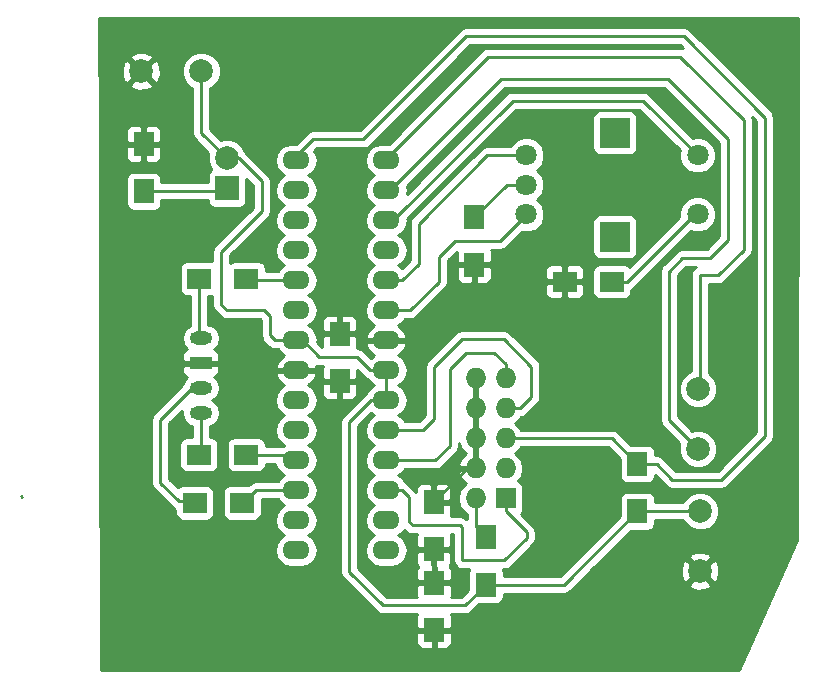
<source format=gbl>
G04 #@! TF.FileFunction,Copper,L2,Bot,Signal*
%FSLAX46Y46*%
G04 Gerber Fmt 4.6, Leading zero omitted, Abs format (unit mm)*
G04 Created by KiCad (PCBNEW (2015-08-13 BZR 6091)-product) date Tuesday, February 23, 2016 'AMt' 08:26:50 AM*
%MOMM*%
G01*
G04 APERTURE LIST*
%ADD10C,0.100000*%
%ADD11R,1.727200X1.727200*%
%ADD12O,1.727200X1.727200*%
%ADD13R,2.000000X2.000000*%
%ADD14C,2.000000*%
%ADD15C,1.800000*%
%ADD16R,2.500000X2.500000*%
%ADD17R,1.700000X2.000000*%
%ADD18R,2.000000X1.700000*%
%ADD19O,2.300000X1.600000*%
%ADD20O,1.905000X1.117600*%
%ADD21R,1.905000X1.117600*%
%ADD22C,0.250000*%
%ADD23C,0.254000*%
G04 APERTURE END LIST*
D10*
D11*
X108240000Y-139330000D03*
D12*
X105700000Y-139330000D03*
X108240000Y-136790000D03*
X105700000Y-136790000D03*
X108240000Y-134250000D03*
X105700000Y-134250000D03*
X108240000Y-131710000D03*
X105700000Y-131710000D03*
X108240000Y-129170000D03*
X105700000Y-129170000D03*
D13*
X84650000Y-113080000D03*
D14*
X84650000Y-110540000D03*
D15*
X124490000Y-115270000D03*
X124490000Y-110270000D03*
X109990000Y-112770000D03*
X109990000Y-115270000D03*
X109990000Y-110270000D03*
D16*
X117490000Y-117170000D03*
X117490000Y-108370000D03*
D17*
X77600000Y-109320000D03*
X77600000Y-113320000D03*
X119400000Y-140410000D03*
X119400000Y-136410000D03*
D18*
X117240000Y-120980000D03*
X113240000Y-120980000D03*
D17*
X105570000Y-119530000D03*
X105570000Y-115530000D03*
X106580000Y-146620000D03*
X106580000Y-142620000D03*
D14*
X77390000Y-103160000D03*
X82470000Y-103160000D03*
D19*
X90500000Y-110710000D03*
X90500000Y-113250000D03*
X90500000Y-115790000D03*
X90500000Y-118330000D03*
X90500000Y-120870000D03*
X90500000Y-123410000D03*
X90500000Y-125950000D03*
X90500000Y-128490000D03*
X90500000Y-131030000D03*
X90500000Y-133570000D03*
X90500000Y-136110000D03*
X90500000Y-138650000D03*
X90500000Y-141190000D03*
X90500000Y-143730000D03*
X98120000Y-143730000D03*
X98120000Y-141190000D03*
X98120000Y-138650000D03*
X98120000Y-136110000D03*
X98120000Y-133570000D03*
X98120000Y-131030000D03*
X98120000Y-128490000D03*
X98120000Y-125950000D03*
X98120000Y-123410000D03*
X98120000Y-120870000D03*
X98120000Y-118330000D03*
X98120000Y-115790000D03*
X98120000Y-113250000D03*
X98120000Y-110710000D03*
D20*
X82430000Y-125770000D03*
D21*
X82430000Y-127870000D03*
D20*
X82430000Y-129970000D03*
X82430000Y-132070000D03*
D14*
X124530000Y-130070000D03*
X124530000Y-135150000D03*
X124700000Y-140400000D03*
X124700000Y-145480000D03*
D17*
X94180000Y-129390000D03*
X94180000Y-125390000D03*
D18*
X81930000Y-139710000D03*
X85930000Y-139710000D03*
X82270000Y-135630000D03*
X86270000Y-135630000D03*
X82280000Y-120730000D03*
X86280000Y-120730000D03*
D17*
X102160000Y-143630000D03*
X102160000Y-139630000D03*
X102180000Y-146470000D03*
X102180000Y-150470000D03*
D22*
X67290000Y-139200000D02*
X67210000Y-139120000D01*
X108240000Y-139330000D02*
X108240000Y-140400000D01*
X99480000Y-138650000D02*
X98120000Y-138650000D01*
X100050000Y-139220000D02*
X99480000Y-138650000D01*
X100050000Y-141280000D02*
X100050000Y-139220000D01*
X100380000Y-141610000D02*
X100050000Y-141280000D01*
X104390000Y-141610000D02*
X100380000Y-141610000D01*
X104540000Y-141760000D02*
X104390000Y-141610000D01*
X104540000Y-144510000D02*
X104540000Y-141760000D01*
X104610000Y-144580000D02*
X104540000Y-144510000D01*
X108120000Y-144580000D02*
X104610000Y-144580000D01*
X98120000Y-138650000D02*
X98710000Y-138650000D01*
X110030000Y-142670000D02*
X108120000Y-144580000D01*
X110030000Y-142190000D02*
X110030000Y-142670000D01*
X108240000Y-140400000D02*
X110030000Y-142190000D01*
X113190000Y-146620000D02*
X119400000Y-140410000D01*
X105700000Y-139330000D02*
X105700000Y-141740000D01*
X105700000Y-141740000D02*
X106580000Y-142620000D01*
X90500000Y-125950000D02*
X91050000Y-125950000D01*
X91050000Y-125950000D02*
X92470000Y-127370000D01*
X96800000Y-128490000D02*
X98120000Y-128490000D01*
X95680000Y-127370000D02*
X96800000Y-128490000D01*
X92470000Y-127370000D02*
X95680000Y-127370000D01*
X84650000Y-110540000D02*
X85660000Y-110540000D01*
X88280000Y-123890000D02*
X88280000Y-125510000D01*
X88280000Y-125510000D02*
X88720000Y-125950000D01*
X88720000Y-125950000D02*
X90500000Y-125950000D01*
X85660000Y-110540000D02*
X87590000Y-112470000D01*
X82470000Y-103160000D02*
X82470000Y-108360000D01*
X82470000Y-108360000D02*
X84650000Y-110540000D01*
X124700000Y-140400000D02*
X119410000Y-140400000D01*
X119410000Y-140400000D02*
X119400000Y-140410000D01*
X96880000Y-131030000D02*
X98120000Y-131030000D01*
X98120000Y-128490000D02*
X98120000Y-131030000D01*
X106580000Y-146620000D02*
X113190000Y-146620000D01*
X104810000Y-148390000D02*
X106580000Y-146620000D01*
X97870000Y-148390000D02*
X104810000Y-148390000D01*
X84170000Y-122910000D02*
X84670000Y-123410000D01*
X84670000Y-123410000D02*
X87800000Y-123410000D01*
X87800000Y-123410000D02*
X88280000Y-123890000D01*
X84170000Y-118430000D02*
X84170000Y-122910000D01*
X87590000Y-115010000D02*
X84170000Y-118430000D01*
X87590000Y-112470000D02*
X87590000Y-115010000D01*
X95020000Y-144850000D02*
X95020000Y-145540000D01*
X95020000Y-145540000D02*
X97870000Y-148390000D01*
X95020000Y-134220000D02*
X95020000Y-132890000D01*
X95020000Y-132890000D02*
X96880000Y-131030000D01*
X95020000Y-144880000D02*
X95020000Y-144850000D01*
X95020000Y-144850000D02*
X95020000Y-134220000D01*
X95020000Y-134220000D02*
X95020000Y-134130000D01*
X98120000Y-133570000D02*
X101230000Y-133570000D01*
X109430000Y-131710000D02*
X108240000Y-131710000D01*
X110410000Y-130730000D02*
X109430000Y-131710000D01*
X110410000Y-128170000D02*
X110410000Y-130730000D01*
X102190000Y-128160000D02*
X104510000Y-125840000D01*
X102190000Y-132610000D02*
X102190000Y-128160000D01*
X101230000Y-133570000D02*
X102190000Y-132610000D01*
X108080000Y-125840000D02*
X110410000Y-128170000D01*
X104510000Y-125840000D02*
X108080000Y-125840000D01*
X105000000Y-136790000D02*
X102160000Y-139630000D01*
X102160000Y-146450000D02*
X102180000Y-146470000D01*
X105700000Y-136790000D02*
X105000000Y-136790000D01*
X105700000Y-134250000D02*
X105700000Y-136790000D01*
X105700000Y-131710000D02*
X105700000Y-134250000D01*
X105700000Y-129170000D02*
X105700000Y-131710000D01*
X77600000Y-113320000D02*
X84410000Y-113320000D01*
X84410000Y-113320000D02*
X84650000Y-113080000D01*
X82280000Y-120730000D02*
X82280000Y-125620000D01*
X82280000Y-125620000D02*
X82430000Y-125770000D01*
X80600000Y-139580000D02*
X82170000Y-139580000D01*
X79010000Y-137990000D02*
X80600000Y-139580000D01*
X79010000Y-132660000D02*
X79010000Y-137990000D01*
X82430000Y-129970000D02*
X81700000Y-129970000D01*
X81700000Y-129970000D02*
X79010000Y-132660000D01*
X82430000Y-132070000D02*
X82430000Y-135470000D01*
X82430000Y-135470000D02*
X82270000Y-135630000D01*
X118540000Y-120980000D02*
X117240000Y-120980000D01*
X124490000Y-115270000D02*
X124250000Y-115270000D01*
X124250000Y-115270000D02*
X118540000Y-120980000D01*
X98120000Y-115790000D02*
X98700000Y-115790000D01*
X98700000Y-115790000D02*
X108840000Y-105650000D01*
X108840000Y-105650000D02*
X119870000Y-105650000D01*
X119870000Y-105650000D02*
X124490000Y-110270000D01*
X109990000Y-112770000D02*
X108330000Y-112770000D01*
X108330000Y-112770000D02*
X105570000Y-115530000D01*
X109990000Y-115270000D02*
X109990000Y-115320000D01*
X109990000Y-115320000D02*
X107780000Y-117530000D01*
X107780000Y-117530000D02*
X103930000Y-117530000D01*
X100150000Y-123410000D02*
X98120000Y-123410000D01*
X102600000Y-120960000D02*
X100150000Y-123410000D01*
X103930000Y-117530000D02*
X102600000Y-118860000D01*
X102600000Y-118860000D02*
X102600000Y-120960000D01*
X100880000Y-116050000D02*
X100880000Y-119490000D01*
X106660000Y-110270000D02*
X100880000Y-116050000D01*
X109990000Y-110270000D02*
X106660000Y-110270000D01*
X99500000Y-120870000D02*
X98120000Y-120870000D01*
X100880000Y-119490000D02*
X99500000Y-120870000D01*
X98920000Y-120870000D02*
X98120000Y-120870000D01*
X90500000Y-120870000D02*
X86420000Y-120870000D01*
X86420000Y-120870000D02*
X86280000Y-120730000D01*
X86270000Y-135630000D02*
X90020000Y-135630000D01*
X90020000Y-135630000D02*
X90500000Y-136110000D01*
X87100000Y-138650000D02*
X86170000Y-139580000D01*
X90500000Y-138650000D02*
X87100000Y-138650000D01*
X108240000Y-127980000D02*
X107280000Y-127020000D01*
X103500000Y-134900000D02*
X102290000Y-136110000D01*
X103500000Y-128390000D02*
X103500000Y-134900000D01*
X104870000Y-127020000D02*
X103500000Y-128390000D01*
X107280000Y-127020000D02*
X104870000Y-127020000D01*
X108240000Y-129170000D02*
X108240000Y-127980000D01*
X102290000Y-136110000D02*
X98120000Y-136110000D01*
X104910000Y-100200000D02*
X97530000Y-107580000D01*
X96190000Y-108920000D02*
X97530000Y-107580000D01*
X108240000Y-134250000D02*
X117240000Y-134250000D01*
X117240000Y-134250000D02*
X119400000Y-136410000D01*
X119400000Y-136410000D02*
X121050000Y-136410000D01*
X122370000Y-137730000D02*
X126520000Y-137730000D01*
X126520000Y-137730000D02*
X130220000Y-134030000D01*
X130220000Y-134030000D02*
X130220000Y-107090000D01*
X130220000Y-107090000D02*
X123330000Y-100200000D01*
X123330000Y-100200000D02*
X104910000Y-100200000D01*
X91950000Y-108920000D02*
X90500000Y-110370000D01*
X91950000Y-108920000D02*
X96190000Y-108920000D01*
X121050000Y-136410000D02*
X122370000Y-137730000D01*
X90500000Y-110710000D02*
X90500000Y-110370000D01*
X98120000Y-113250000D02*
X98420000Y-113250000D01*
X98420000Y-113250000D02*
X107890000Y-103780000D01*
X123210000Y-118980000D02*
X122060000Y-120130000D01*
X125570000Y-118980000D02*
X123210000Y-118980000D01*
X127100000Y-117450000D02*
X125570000Y-118980000D01*
X127100000Y-108930000D02*
X127100000Y-117450000D01*
X121950000Y-103780000D02*
X127100000Y-108930000D01*
X107890000Y-103780000D02*
X121950000Y-103780000D01*
X98120000Y-113250000D02*
X98500000Y-113250000D01*
X122060000Y-120090000D02*
X122060000Y-120130000D01*
X122060000Y-120130000D02*
X122060000Y-132680000D01*
X122060000Y-132680000D02*
X124530000Y-135150000D01*
X124660000Y-129940000D02*
X124660000Y-120430000D01*
X106790000Y-101910000D02*
X122980000Y-101910000D01*
X122980000Y-101910000D02*
X128390000Y-107320000D01*
X128390000Y-107320000D02*
X128390000Y-118260000D01*
X128390000Y-118260000D02*
X126220000Y-120430000D01*
X126220000Y-120430000D02*
X124660000Y-120430000D01*
X106790000Y-101910000D02*
X98120000Y-110580000D01*
X124660000Y-129940000D02*
X124530000Y-130070000D01*
X98120000Y-110710000D02*
X98120000Y-110580000D01*
X98120000Y-110710000D02*
X98410000Y-110710000D01*
D23*
G36*
X132873071Y-142812999D02*
X127985786Y-153860000D01*
X76626971Y-153860000D01*
X73966729Y-153843770D01*
X73960082Y-150755750D01*
X100695000Y-150755750D01*
X100695000Y-151596309D01*
X100791673Y-151829698D01*
X100970301Y-152008327D01*
X101203690Y-152105000D01*
X101894250Y-152105000D01*
X102053000Y-151946250D01*
X102053000Y-150597000D01*
X102307000Y-150597000D01*
X102307000Y-151946250D01*
X102465750Y-152105000D01*
X103156310Y-152105000D01*
X103389699Y-152008327D01*
X103568327Y-151829698D01*
X103665000Y-151596309D01*
X103665000Y-150755750D01*
X103506250Y-150597000D01*
X102307000Y-150597000D01*
X102053000Y-150597000D01*
X100853750Y-150597000D01*
X100695000Y-150755750D01*
X73960082Y-150755750D01*
X73921124Y-132660000D01*
X78250000Y-132660000D01*
X78250000Y-137990000D01*
X78307852Y-138280839D01*
X78472599Y-138527401D01*
X80062599Y-140117401D01*
X80282560Y-140264374D01*
X80282560Y-140560000D01*
X80326838Y-140795317D01*
X80465910Y-141011441D01*
X80678110Y-141156431D01*
X80930000Y-141207440D01*
X82930000Y-141207440D01*
X83165317Y-141163162D01*
X83381441Y-141024090D01*
X83526431Y-140811890D01*
X83577440Y-140560000D01*
X83577440Y-138860000D01*
X84282560Y-138860000D01*
X84282560Y-140560000D01*
X84326838Y-140795317D01*
X84465910Y-141011441D01*
X84678110Y-141156431D01*
X84930000Y-141207440D01*
X86930000Y-141207440D01*
X87165317Y-141163162D01*
X87381441Y-141024090D01*
X87526431Y-140811890D01*
X87577440Y-140560000D01*
X87577440Y-139410000D01*
X88930148Y-139410000D01*
X89100332Y-139664698D01*
X89482418Y-139920000D01*
X89100332Y-140175302D01*
X88789263Y-140640849D01*
X88680030Y-141190000D01*
X88789263Y-141739151D01*
X89100332Y-142204698D01*
X89482418Y-142460000D01*
X89100332Y-142715302D01*
X88789263Y-143180849D01*
X88680030Y-143730000D01*
X88789263Y-144279151D01*
X89100332Y-144744698D01*
X89565879Y-145055767D01*
X90115030Y-145165000D01*
X90884970Y-145165000D01*
X91434121Y-145055767D01*
X91899668Y-144744698D01*
X92210737Y-144279151D01*
X92319970Y-143730000D01*
X92210737Y-143180849D01*
X91899668Y-142715302D01*
X91517582Y-142460000D01*
X91899668Y-142204698D01*
X92210737Y-141739151D01*
X92319970Y-141190000D01*
X92210737Y-140640849D01*
X91899668Y-140175302D01*
X91517582Y-139920000D01*
X91899668Y-139664698D01*
X92210737Y-139199151D01*
X92319970Y-138650000D01*
X92210737Y-138100849D01*
X91899668Y-137635302D01*
X91517582Y-137380000D01*
X91899668Y-137124698D01*
X92210737Y-136659151D01*
X92319970Y-136110000D01*
X92210737Y-135560849D01*
X91899668Y-135095302D01*
X91517582Y-134840000D01*
X91899668Y-134584698D01*
X92210737Y-134119151D01*
X92319970Y-133570000D01*
X92210737Y-133020849D01*
X91899668Y-132555302D01*
X91517582Y-132300000D01*
X91899668Y-132044698D01*
X92210737Y-131579151D01*
X92319970Y-131030000D01*
X92210737Y-130480849D01*
X91899668Y-130015302D01*
X91521849Y-129762851D01*
X91630151Y-129675750D01*
X92695000Y-129675750D01*
X92695000Y-130516309D01*
X92791673Y-130749698D01*
X92970301Y-130928327D01*
X93203690Y-131025000D01*
X93894250Y-131025000D01*
X94053000Y-130866250D01*
X94053000Y-129517000D01*
X94307000Y-129517000D01*
X94307000Y-130866250D01*
X94465750Y-131025000D01*
X95156310Y-131025000D01*
X95389699Y-130928327D01*
X95568327Y-130749698D01*
X95665000Y-130516309D01*
X95665000Y-129675750D01*
X95506250Y-129517000D01*
X94307000Y-129517000D01*
X94053000Y-129517000D01*
X92853750Y-129517000D01*
X92695000Y-129675750D01*
X91630151Y-129675750D01*
X91954500Y-129414896D01*
X92224367Y-128921819D01*
X92241904Y-128839039D01*
X92119915Y-128617000D01*
X90627000Y-128617000D01*
X90627000Y-128637000D01*
X90373000Y-128637000D01*
X90373000Y-128617000D01*
X88880085Y-128617000D01*
X88758096Y-128839039D01*
X88775633Y-128921819D01*
X89045500Y-129414896D01*
X89478151Y-129762851D01*
X89100332Y-130015302D01*
X88789263Y-130480849D01*
X88680030Y-131030000D01*
X88789263Y-131579151D01*
X89100332Y-132044698D01*
X89482418Y-132300000D01*
X89100332Y-132555302D01*
X88789263Y-133020849D01*
X88680030Y-133570000D01*
X88789263Y-134119151D01*
X89100332Y-134584698D01*
X89482418Y-134840000D01*
X89437520Y-134870000D01*
X87917440Y-134870000D01*
X87917440Y-134780000D01*
X87873162Y-134544683D01*
X87734090Y-134328559D01*
X87521890Y-134183569D01*
X87270000Y-134132560D01*
X85270000Y-134132560D01*
X85034683Y-134176838D01*
X84818559Y-134315910D01*
X84673569Y-134528110D01*
X84622560Y-134780000D01*
X84622560Y-136480000D01*
X84666838Y-136715317D01*
X84805910Y-136931441D01*
X85018110Y-137076431D01*
X85270000Y-137127440D01*
X87270000Y-137127440D01*
X87505317Y-137083162D01*
X87721441Y-136944090D01*
X87866431Y-136731890D01*
X87917440Y-136480000D01*
X87917440Y-136390000D01*
X88735726Y-136390000D01*
X88789263Y-136659151D01*
X89100332Y-137124698D01*
X89482418Y-137380000D01*
X89100332Y-137635302D01*
X88930148Y-137890000D01*
X87100000Y-137890000D01*
X86809161Y-137947852D01*
X86562599Y-138112599D01*
X86462638Y-138212560D01*
X84930000Y-138212560D01*
X84694683Y-138256838D01*
X84478559Y-138395910D01*
X84333569Y-138608110D01*
X84282560Y-138860000D01*
X83577440Y-138860000D01*
X83533162Y-138624683D01*
X83394090Y-138408559D01*
X83181890Y-138263569D01*
X82930000Y-138212560D01*
X80930000Y-138212560D01*
X80694683Y-138256838D01*
X80485954Y-138391152D01*
X79770000Y-137675198D01*
X79770000Y-132974802D01*
X80845317Y-131899485D01*
X80811399Y-132070000D01*
X80902272Y-132526847D01*
X81161055Y-132914144D01*
X81548352Y-133172927D01*
X81670000Y-133197124D01*
X81670000Y-134132560D01*
X81270000Y-134132560D01*
X81034683Y-134176838D01*
X80818559Y-134315910D01*
X80673569Y-134528110D01*
X80622560Y-134780000D01*
X80622560Y-136480000D01*
X80666838Y-136715317D01*
X80805910Y-136931441D01*
X81018110Y-137076431D01*
X81270000Y-137127440D01*
X83270000Y-137127440D01*
X83505317Y-137083162D01*
X83721441Y-136944090D01*
X83866431Y-136731890D01*
X83917440Y-136480000D01*
X83917440Y-134780000D01*
X83873162Y-134544683D01*
X83734090Y-134328559D01*
X83521890Y-134183569D01*
X83270000Y-134132560D01*
X83190000Y-134132560D01*
X83190000Y-133197124D01*
X83311648Y-133172927D01*
X83698945Y-132914144D01*
X83957728Y-132526847D01*
X84048601Y-132070000D01*
X83957728Y-131613153D01*
X83698945Y-131225856D01*
X83390859Y-131020000D01*
X83698945Y-130814144D01*
X83957728Y-130426847D01*
X84048601Y-129970000D01*
X83957728Y-129513153D01*
X83698945Y-129125856D01*
X83568851Y-129038930D01*
X83742198Y-128967127D01*
X83920827Y-128788499D01*
X84017500Y-128555110D01*
X84017500Y-128155750D01*
X83858750Y-127997000D01*
X82557000Y-127997000D01*
X82557000Y-128017000D01*
X82303000Y-128017000D01*
X82303000Y-127997000D01*
X81001250Y-127997000D01*
X80842500Y-128155750D01*
X80842500Y-128555110D01*
X80939173Y-128788499D01*
X81117802Y-128967127D01*
X81291149Y-129038930D01*
X81161055Y-129125856D01*
X80902272Y-129513153D01*
X80857634Y-129737564D01*
X78472599Y-132122599D01*
X78307852Y-132369161D01*
X78250000Y-132660000D01*
X73921124Y-132660000D01*
X73877335Y-112320000D01*
X76102560Y-112320000D01*
X76102560Y-114320000D01*
X76146838Y-114555317D01*
X76285910Y-114771441D01*
X76498110Y-114916431D01*
X76750000Y-114967440D01*
X78450000Y-114967440D01*
X78685317Y-114923162D01*
X78901441Y-114784090D01*
X79046431Y-114571890D01*
X79097440Y-114320000D01*
X79097440Y-114080000D01*
X83002560Y-114080000D01*
X83046838Y-114315317D01*
X83185910Y-114531441D01*
X83398110Y-114676431D01*
X83650000Y-114727440D01*
X85650000Y-114727440D01*
X85885317Y-114683162D01*
X86101441Y-114544090D01*
X86246431Y-114331890D01*
X86297440Y-114080000D01*
X86297440Y-112252242D01*
X86830000Y-112784802D01*
X86830000Y-114695198D01*
X83632599Y-117892599D01*
X83467852Y-118139161D01*
X83410000Y-118430000D01*
X83410000Y-119258886D01*
X83280000Y-119232560D01*
X81280000Y-119232560D01*
X81044683Y-119276838D01*
X80828559Y-119415910D01*
X80683569Y-119628110D01*
X80632560Y-119880000D01*
X80632560Y-121580000D01*
X80676838Y-121815317D01*
X80815910Y-122031441D01*
X81028110Y-122176431D01*
X81280000Y-122227440D01*
X81520000Y-122227440D01*
X81520000Y-124686017D01*
X81161055Y-124925856D01*
X80902272Y-125313153D01*
X80811399Y-125770000D01*
X80902272Y-126226847D01*
X81161055Y-126614144D01*
X81291149Y-126701070D01*
X81117802Y-126772873D01*
X80939173Y-126951501D01*
X80842500Y-127184890D01*
X80842500Y-127584250D01*
X81001250Y-127743000D01*
X82303000Y-127743000D01*
X82303000Y-127723000D01*
X82557000Y-127723000D01*
X82557000Y-127743000D01*
X83858750Y-127743000D01*
X84017500Y-127584250D01*
X84017500Y-127184890D01*
X83920827Y-126951501D01*
X83742198Y-126772873D01*
X83568851Y-126701070D01*
X83698945Y-126614144D01*
X83957728Y-126226847D01*
X84048601Y-125770000D01*
X83957728Y-125313153D01*
X83698945Y-124925856D01*
X83311648Y-124667073D01*
X83040000Y-124613039D01*
X83040000Y-122227440D01*
X83280000Y-122227440D01*
X83410000Y-122202979D01*
X83410000Y-122910000D01*
X83467852Y-123200839D01*
X83632599Y-123447401D01*
X84132599Y-123947401D01*
X84379161Y-124112148D01*
X84670000Y-124170000D01*
X87485198Y-124170000D01*
X87520000Y-124204803D01*
X87520000Y-125510000D01*
X87577852Y-125800839D01*
X87742599Y-126047401D01*
X88182599Y-126487401D01*
X88429161Y-126652148D01*
X88720000Y-126710000D01*
X88930148Y-126710000D01*
X89100332Y-126964698D01*
X89478151Y-127217149D01*
X89045500Y-127565104D01*
X88775633Y-128058181D01*
X88758096Y-128140961D01*
X88880085Y-128363000D01*
X90373000Y-128363000D01*
X90373000Y-128343000D01*
X90627000Y-128343000D01*
X90627000Y-128363000D01*
X92119915Y-128363000D01*
X92241904Y-128140961D01*
X92229445Y-128082150D01*
X92470000Y-128130000D01*
X92750377Y-128130000D01*
X92695000Y-128263691D01*
X92695000Y-129104250D01*
X92853750Y-129263000D01*
X94053000Y-129263000D01*
X94053000Y-129243000D01*
X94307000Y-129243000D01*
X94307000Y-129263000D01*
X95506250Y-129263000D01*
X95665000Y-129104250D01*
X95665000Y-128429802D01*
X96262599Y-129027401D01*
X96509160Y-129192148D01*
X96511850Y-129192683D01*
X96720332Y-129504698D01*
X97102418Y-129760000D01*
X96720332Y-130015302D01*
X96448848Y-130421605D01*
X96342599Y-130492599D01*
X94482599Y-132352599D01*
X94317852Y-132599161D01*
X94260000Y-132890000D01*
X94260000Y-145540000D01*
X94317852Y-145830839D01*
X94482599Y-146077401D01*
X97332599Y-148927401D01*
X97579161Y-149092148D01*
X97870000Y-149150000D01*
X100775230Y-149150000D01*
X100695000Y-149343691D01*
X100695000Y-150184250D01*
X100853750Y-150343000D01*
X102053000Y-150343000D01*
X102053000Y-150323000D01*
X102307000Y-150323000D01*
X102307000Y-150343000D01*
X103506250Y-150343000D01*
X103665000Y-150184250D01*
X103665000Y-149343691D01*
X103584770Y-149150000D01*
X104810000Y-149150000D01*
X105100839Y-149092148D01*
X105347401Y-148927401D01*
X106007362Y-148267440D01*
X107430000Y-148267440D01*
X107665317Y-148223162D01*
X107881441Y-148084090D01*
X108026431Y-147871890D01*
X108077440Y-147620000D01*
X108077440Y-147380000D01*
X113190000Y-147380000D01*
X113480839Y-147322148D01*
X113727401Y-147157401D01*
X114252270Y-146632532D01*
X123727073Y-146632532D01*
X123825736Y-146899387D01*
X124435461Y-147125908D01*
X125085460Y-147101856D01*
X125574264Y-146899387D01*
X125672927Y-146632532D01*
X124700000Y-145659605D01*
X123727073Y-146632532D01*
X114252270Y-146632532D01*
X115669341Y-145215461D01*
X123054092Y-145215461D01*
X123078144Y-145865460D01*
X123280613Y-146354264D01*
X123547468Y-146452927D01*
X124520395Y-145480000D01*
X124879605Y-145480000D01*
X125852532Y-146452927D01*
X126119387Y-146354264D01*
X126345908Y-145744539D01*
X126321856Y-145094540D01*
X126119387Y-144605736D01*
X125852532Y-144507073D01*
X124879605Y-145480000D01*
X124520395Y-145480000D01*
X123547468Y-144507073D01*
X123280613Y-144605736D01*
X123054092Y-145215461D01*
X115669341Y-145215461D01*
X116557334Y-144327468D01*
X123727073Y-144327468D01*
X124700000Y-145300395D01*
X125672927Y-144327468D01*
X125574264Y-144060613D01*
X124964539Y-143834092D01*
X124314540Y-143858144D01*
X123825736Y-144060613D01*
X123727073Y-144327468D01*
X116557334Y-144327468D01*
X118827362Y-142057440D01*
X120250000Y-142057440D01*
X120485317Y-142013162D01*
X120701441Y-141874090D01*
X120846431Y-141661890D01*
X120897440Y-141410000D01*
X120897440Y-141160000D01*
X123244953Y-141160000D01*
X123313106Y-141324943D01*
X123772637Y-141785278D01*
X124373352Y-142034716D01*
X125023795Y-142035284D01*
X125624943Y-141786894D01*
X126085278Y-141327363D01*
X126334716Y-140726648D01*
X126335284Y-140076205D01*
X126086894Y-139475057D01*
X125627363Y-139014722D01*
X125026648Y-138765284D01*
X124376205Y-138764716D01*
X123775057Y-139013106D01*
X123314722Y-139472637D01*
X123245227Y-139640000D01*
X120897440Y-139640000D01*
X120897440Y-139410000D01*
X120853162Y-139174683D01*
X120714090Y-138958559D01*
X120501890Y-138813569D01*
X120250000Y-138762560D01*
X118550000Y-138762560D01*
X118314683Y-138806838D01*
X118098559Y-138945910D01*
X117953569Y-139158110D01*
X117902560Y-139410000D01*
X117902560Y-140832638D01*
X112875198Y-145860000D01*
X108077440Y-145860000D01*
X108077440Y-145620000D01*
X108033162Y-145384683D01*
X108004409Y-145340000D01*
X108120000Y-145340000D01*
X108410839Y-145282148D01*
X108657401Y-145117401D01*
X110567401Y-143207401D01*
X110732148Y-142960839D01*
X110790000Y-142670000D01*
X110790000Y-142190000D01*
X110758341Y-142030839D01*
X110732148Y-141899160D01*
X110567401Y-141652599D01*
X109562125Y-140647323D01*
X109700031Y-140445490D01*
X109751040Y-140193600D01*
X109751040Y-138466400D01*
X109706762Y-138231083D01*
X109567690Y-138014959D01*
X109355490Y-137869969D01*
X109311655Y-137861092D01*
X109624526Y-137392848D01*
X109738600Y-136819359D01*
X109738600Y-136760641D01*
X109624526Y-136187152D01*
X109299670Y-135700971D01*
X109028828Y-135520000D01*
X109299670Y-135339029D01*
X109519520Y-135010000D01*
X116925198Y-135010000D01*
X117902560Y-135987362D01*
X117902560Y-137410000D01*
X117946838Y-137645317D01*
X118085910Y-137861441D01*
X118298110Y-138006431D01*
X118550000Y-138057440D01*
X120250000Y-138057440D01*
X120485317Y-138013162D01*
X120701441Y-137874090D01*
X120846431Y-137661890D01*
X120897440Y-137410000D01*
X120897440Y-137332242D01*
X121832599Y-138267401D01*
X122079161Y-138432148D01*
X122370000Y-138490000D01*
X126520000Y-138490000D01*
X126810839Y-138432148D01*
X127057401Y-138267401D01*
X130757401Y-134567401D01*
X130922148Y-134320840D01*
X130980000Y-134030000D01*
X130980000Y-107090000D01*
X130922148Y-106799161D01*
X130922148Y-106799160D01*
X130757401Y-106552599D01*
X123867401Y-99662599D01*
X123620839Y-99497852D01*
X123330000Y-99440000D01*
X104910000Y-99440000D01*
X104619161Y-99497852D01*
X104372599Y-99662599D01*
X95875198Y-108160000D01*
X91950000Y-108160000D01*
X91659161Y-108217852D01*
X91412599Y-108382599D01*
X90520198Y-109275000D01*
X90115030Y-109275000D01*
X89565879Y-109384233D01*
X89100332Y-109695302D01*
X88789263Y-110160849D01*
X88680030Y-110710000D01*
X88789263Y-111259151D01*
X89100332Y-111724698D01*
X89482418Y-111980000D01*
X89100332Y-112235302D01*
X88789263Y-112700849D01*
X88680030Y-113250000D01*
X88789263Y-113799151D01*
X89100332Y-114264698D01*
X89482418Y-114520000D01*
X89100332Y-114775302D01*
X88789263Y-115240849D01*
X88680030Y-115790000D01*
X88789263Y-116339151D01*
X89100332Y-116804698D01*
X89482418Y-117060000D01*
X89100332Y-117315302D01*
X88789263Y-117780849D01*
X88680030Y-118330000D01*
X88789263Y-118879151D01*
X89100332Y-119344698D01*
X89482418Y-119600000D01*
X89100332Y-119855302D01*
X88930148Y-120110000D01*
X87927440Y-120110000D01*
X87927440Y-119880000D01*
X87883162Y-119644683D01*
X87744090Y-119428559D01*
X87531890Y-119283569D01*
X87280000Y-119232560D01*
X85280000Y-119232560D01*
X85044683Y-119276838D01*
X84930000Y-119350634D01*
X84930000Y-118744802D01*
X88127401Y-115547401D01*
X88292148Y-115300840D01*
X88350000Y-115010000D01*
X88350000Y-112470000D01*
X88348673Y-112463330D01*
X88292148Y-112179160D01*
X88127401Y-111932599D01*
X86197401Y-110002599D01*
X86196880Y-110002251D01*
X86036894Y-109615057D01*
X85577363Y-109154722D01*
X84976648Y-108905284D01*
X84326205Y-108904716D01*
X84158721Y-108973919D01*
X83230000Y-108045198D01*
X83230000Y-104615047D01*
X83394943Y-104546894D01*
X83855278Y-104087363D01*
X84104716Y-103486648D01*
X84105284Y-102836205D01*
X83856894Y-102235057D01*
X83397363Y-101774722D01*
X82796648Y-101525284D01*
X82146205Y-101524716D01*
X81545057Y-101773106D01*
X81084722Y-102232637D01*
X80835284Y-102833352D01*
X80834716Y-103483795D01*
X81083106Y-104084943D01*
X81542637Y-104545278D01*
X81710000Y-104614773D01*
X81710000Y-108360000D01*
X81767852Y-108650839D01*
X81932599Y-108897401D01*
X83083725Y-110048527D01*
X83015284Y-110213352D01*
X83014716Y-110863795D01*
X83263106Y-111464943D01*
X83329621Y-111531574D01*
X83198559Y-111615910D01*
X83053569Y-111828110D01*
X83002560Y-112080000D01*
X83002560Y-112560000D01*
X79097440Y-112560000D01*
X79097440Y-112320000D01*
X79053162Y-112084683D01*
X78914090Y-111868559D01*
X78701890Y-111723569D01*
X78450000Y-111672560D01*
X76750000Y-111672560D01*
X76514683Y-111716838D01*
X76298559Y-111855910D01*
X76153569Y-112068110D01*
X76102560Y-112320000D01*
X73877335Y-112320000D01*
X73871492Y-109605750D01*
X76115000Y-109605750D01*
X76115000Y-110446309D01*
X76211673Y-110679698D01*
X76390301Y-110858327D01*
X76623690Y-110955000D01*
X77314250Y-110955000D01*
X77473000Y-110796250D01*
X77473000Y-109447000D01*
X77727000Y-109447000D01*
X77727000Y-110796250D01*
X77885750Y-110955000D01*
X78576310Y-110955000D01*
X78809699Y-110858327D01*
X78988327Y-110679698D01*
X79085000Y-110446309D01*
X79085000Y-109605750D01*
X78926250Y-109447000D01*
X77727000Y-109447000D01*
X77473000Y-109447000D01*
X76273750Y-109447000D01*
X76115000Y-109605750D01*
X73871492Y-109605750D01*
X73868452Y-108193691D01*
X76115000Y-108193691D01*
X76115000Y-109034250D01*
X76273750Y-109193000D01*
X77473000Y-109193000D01*
X77473000Y-107843750D01*
X77727000Y-107843750D01*
X77727000Y-109193000D01*
X78926250Y-109193000D01*
X79085000Y-109034250D01*
X79085000Y-108193691D01*
X78988327Y-107960302D01*
X78809699Y-107781673D01*
X78576310Y-107685000D01*
X77885750Y-107685000D01*
X77727000Y-107843750D01*
X77473000Y-107843750D01*
X77314250Y-107685000D01*
X76623690Y-107685000D01*
X76390301Y-107781673D01*
X76211673Y-107960302D01*
X76115000Y-108193691D01*
X73868452Y-108193691D01*
X73860096Y-104312532D01*
X76417073Y-104312532D01*
X76515736Y-104579387D01*
X77125461Y-104805908D01*
X77775460Y-104781856D01*
X78264264Y-104579387D01*
X78362927Y-104312532D01*
X77390000Y-103339605D01*
X76417073Y-104312532D01*
X73860096Y-104312532D01*
X73857045Y-102895461D01*
X75744092Y-102895461D01*
X75768144Y-103545460D01*
X75970613Y-104034264D01*
X76237468Y-104132927D01*
X77210395Y-103160000D01*
X77569605Y-103160000D01*
X78542532Y-104132927D01*
X78809387Y-104034264D01*
X79035908Y-103424539D01*
X79011856Y-102774540D01*
X78809387Y-102285736D01*
X78542532Y-102187073D01*
X77569605Y-103160000D01*
X77210395Y-103160000D01*
X76237468Y-102187073D01*
X75970613Y-102285736D01*
X75744092Y-102895461D01*
X73857045Y-102895461D01*
X73855134Y-102007468D01*
X76417073Y-102007468D01*
X77390000Y-102980395D01*
X78362927Y-102007468D01*
X78264264Y-101740613D01*
X77654539Y-101514092D01*
X77004540Y-101538144D01*
X76515736Y-101740613D01*
X76417073Y-102007468D01*
X73855134Y-102007468D01*
X73847818Y-98610000D01*
X132991525Y-98610000D01*
X132873071Y-142812999D01*
X132873071Y-142812999D01*
G37*
X132873071Y-142812999D02*
X127985786Y-153860000D01*
X76626971Y-153860000D01*
X73966729Y-153843770D01*
X73960082Y-150755750D01*
X100695000Y-150755750D01*
X100695000Y-151596309D01*
X100791673Y-151829698D01*
X100970301Y-152008327D01*
X101203690Y-152105000D01*
X101894250Y-152105000D01*
X102053000Y-151946250D01*
X102053000Y-150597000D01*
X102307000Y-150597000D01*
X102307000Y-151946250D01*
X102465750Y-152105000D01*
X103156310Y-152105000D01*
X103389699Y-152008327D01*
X103568327Y-151829698D01*
X103665000Y-151596309D01*
X103665000Y-150755750D01*
X103506250Y-150597000D01*
X102307000Y-150597000D01*
X102053000Y-150597000D01*
X100853750Y-150597000D01*
X100695000Y-150755750D01*
X73960082Y-150755750D01*
X73921124Y-132660000D01*
X78250000Y-132660000D01*
X78250000Y-137990000D01*
X78307852Y-138280839D01*
X78472599Y-138527401D01*
X80062599Y-140117401D01*
X80282560Y-140264374D01*
X80282560Y-140560000D01*
X80326838Y-140795317D01*
X80465910Y-141011441D01*
X80678110Y-141156431D01*
X80930000Y-141207440D01*
X82930000Y-141207440D01*
X83165317Y-141163162D01*
X83381441Y-141024090D01*
X83526431Y-140811890D01*
X83577440Y-140560000D01*
X83577440Y-138860000D01*
X84282560Y-138860000D01*
X84282560Y-140560000D01*
X84326838Y-140795317D01*
X84465910Y-141011441D01*
X84678110Y-141156431D01*
X84930000Y-141207440D01*
X86930000Y-141207440D01*
X87165317Y-141163162D01*
X87381441Y-141024090D01*
X87526431Y-140811890D01*
X87577440Y-140560000D01*
X87577440Y-139410000D01*
X88930148Y-139410000D01*
X89100332Y-139664698D01*
X89482418Y-139920000D01*
X89100332Y-140175302D01*
X88789263Y-140640849D01*
X88680030Y-141190000D01*
X88789263Y-141739151D01*
X89100332Y-142204698D01*
X89482418Y-142460000D01*
X89100332Y-142715302D01*
X88789263Y-143180849D01*
X88680030Y-143730000D01*
X88789263Y-144279151D01*
X89100332Y-144744698D01*
X89565879Y-145055767D01*
X90115030Y-145165000D01*
X90884970Y-145165000D01*
X91434121Y-145055767D01*
X91899668Y-144744698D01*
X92210737Y-144279151D01*
X92319970Y-143730000D01*
X92210737Y-143180849D01*
X91899668Y-142715302D01*
X91517582Y-142460000D01*
X91899668Y-142204698D01*
X92210737Y-141739151D01*
X92319970Y-141190000D01*
X92210737Y-140640849D01*
X91899668Y-140175302D01*
X91517582Y-139920000D01*
X91899668Y-139664698D01*
X92210737Y-139199151D01*
X92319970Y-138650000D01*
X92210737Y-138100849D01*
X91899668Y-137635302D01*
X91517582Y-137380000D01*
X91899668Y-137124698D01*
X92210737Y-136659151D01*
X92319970Y-136110000D01*
X92210737Y-135560849D01*
X91899668Y-135095302D01*
X91517582Y-134840000D01*
X91899668Y-134584698D01*
X92210737Y-134119151D01*
X92319970Y-133570000D01*
X92210737Y-133020849D01*
X91899668Y-132555302D01*
X91517582Y-132300000D01*
X91899668Y-132044698D01*
X92210737Y-131579151D01*
X92319970Y-131030000D01*
X92210737Y-130480849D01*
X91899668Y-130015302D01*
X91521849Y-129762851D01*
X91630151Y-129675750D01*
X92695000Y-129675750D01*
X92695000Y-130516309D01*
X92791673Y-130749698D01*
X92970301Y-130928327D01*
X93203690Y-131025000D01*
X93894250Y-131025000D01*
X94053000Y-130866250D01*
X94053000Y-129517000D01*
X94307000Y-129517000D01*
X94307000Y-130866250D01*
X94465750Y-131025000D01*
X95156310Y-131025000D01*
X95389699Y-130928327D01*
X95568327Y-130749698D01*
X95665000Y-130516309D01*
X95665000Y-129675750D01*
X95506250Y-129517000D01*
X94307000Y-129517000D01*
X94053000Y-129517000D01*
X92853750Y-129517000D01*
X92695000Y-129675750D01*
X91630151Y-129675750D01*
X91954500Y-129414896D01*
X92224367Y-128921819D01*
X92241904Y-128839039D01*
X92119915Y-128617000D01*
X90627000Y-128617000D01*
X90627000Y-128637000D01*
X90373000Y-128637000D01*
X90373000Y-128617000D01*
X88880085Y-128617000D01*
X88758096Y-128839039D01*
X88775633Y-128921819D01*
X89045500Y-129414896D01*
X89478151Y-129762851D01*
X89100332Y-130015302D01*
X88789263Y-130480849D01*
X88680030Y-131030000D01*
X88789263Y-131579151D01*
X89100332Y-132044698D01*
X89482418Y-132300000D01*
X89100332Y-132555302D01*
X88789263Y-133020849D01*
X88680030Y-133570000D01*
X88789263Y-134119151D01*
X89100332Y-134584698D01*
X89482418Y-134840000D01*
X89437520Y-134870000D01*
X87917440Y-134870000D01*
X87917440Y-134780000D01*
X87873162Y-134544683D01*
X87734090Y-134328559D01*
X87521890Y-134183569D01*
X87270000Y-134132560D01*
X85270000Y-134132560D01*
X85034683Y-134176838D01*
X84818559Y-134315910D01*
X84673569Y-134528110D01*
X84622560Y-134780000D01*
X84622560Y-136480000D01*
X84666838Y-136715317D01*
X84805910Y-136931441D01*
X85018110Y-137076431D01*
X85270000Y-137127440D01*
X87270000Y-137127440D01*
X87505317Y-137083162D01*
X87721441Y-136944090D01*
X87866431Y-136731890D01*
X87917440Y-136480000D01*
X87917440Y-136390000D01*
X88735726Y-136390000D01*
X88789263Y-136659151D01*
X89100332Y-137124698D01*
X89482418Y-137380000D01*
X89100332Y-137635302D01*
X88930148Y-137890000D01*
X87100000Y-137890000D01*
X86809161Y-137947852D01*
X86562599Y-138112599D01*
X86462638Y-138212560D01*
X84930000Y-138212560D01*
X84694683Y-138256838D01*
X84478559Y-138395910D01*
X84333569Y-138608110D01*
X84282560Y-138860000D01*
X83577440Y-138860000D01*
X83533162Y-138624683D01*
X83394090Y-138408559D01*
X83181890Y-138263569D01*
X82930000Y-138212560D01*
X80930000Y-138212560D01*
X80694683Y-138256838D01*
X80485954Y-138391152D01*
X79770000Y-137675198D01*
X79770000Y-132974802D01*
X80845317Y-131899485D01*
X80811399Y-132070000D01*
X80902272Y-132526847D01*
X81161055Y-132914144D01*
X81548352Y-133172927D01*
X81670000Y-133197124D01*
X81670000Y-134132560D01*
X81270000Y-134132560D01*
X81034683Y-134176838D01*
X80818559Y-134315910D01*
X80673569Y-134528110D01*
X80622560Y-134780000D01*
X80622560Y-136480000D01*
X80666838Y-136715317D01*
X80805910Y-136931441D01*
X81018110Y-137076431D01*
X81270000Y-137127440D01*
X83270000Y-137127440D01*
X83505317Y-137083162D01*
X83721441Y-136944090D01*
X83866431Y-136731890D01*
X83917440Y-136480000D01*
X83917440Y-134780000D01*
X83873162Y-134544683D01*
X83734090Y-134328559D01*
X83521890Y-134183569D01*
X83270000Y-134132560D01*
X83190000Y-134132560D01*
X83190000Y-133197124D01*
X83311648Y-133172927D01*
X83698945Y-132914144D01*
X83957728Y-132526847D01*
X84048601Y-132070000D01*
X83957728Y-131613153D01*
X83698945Y-131225856D01*
X83390859Y-131020000D01*
X83698945Y-130814144D01*
X83957728Y-130426847D01*
X84048601Y-129970000D01*
X83957728Y-129513153D01*
X83698945Y-129125856D01*
X83568851Y-129038930D01*
X83742198Y-128967127D01*
X83920827Y-128788499D01*
X84017500Y-128555110D01*
X84017500Y-128155750D01*
X83858750Y-127997000D01*
X82557000Y-127997000D01*
X82557000Y-128017000D01*
X82303000Y-128017000D01*
X82303000Y-127997000D01*
X81001250Y-127997000D01*
X80842500Y-128155750D01*
X80842500Y-128555110D01*
X80939173Y-128788499D01*
X81117802Y-128967127D01*
X81291149Y-129038930D01*
X81161055Y-129125856D01*
X80902272Y-129513153D01*
X80857634Y-129737564D01*
X78472599Y-132122599D01*
X78307852Y-132369161D01*
X78250000Y-132660000D01*
X73921124Y-132660000D01*
X73877335Y-112320000D01*
X76102560Y-112320000D01*
X76102560Y-114320000D01*
X76146838Y-114555317D01*
X76285910Y-114771441D01*
X76498110Y-114916431D01*
X76750000Y-114967440D01*
X78450000Y-114967440D01*
X78685317Y-114923162D01*
X78901441Y-114784090D01*
X79046431Y-114571890D01*
X79097440Y-114320000D01*
X79097440Y-114080000D01*
X83002560Y-114080000D01*
X83046838Y-114315317D01*
X83185910Y-114531441D01*
X83398110Y-114676431D01*
X83650000Y-114727440D01*
X85650000Y-114727440D01*
X85885317Y-114683162D01*
X86101441Y-114544090D01*
X86246431Y-114331890D01*
X86297440Y-114080000D01*
X86297440Y-112252242D01*
X86830000Y-112784802D01*
X86830000Y-114695198D01*
X83632599Y-117892599D01*
X83467852Y-118139161D01*
X83410000Y-118430000D01*
X83410000Y-119258886D01*
X83280000Y-119232560D01*
X81280000Y-119232560D01*
X81044683Y-119276838D01*
X80828559Y-119415910D01*
X80683569Y-119628110D01*
X80632560Y-119880000D01*
X80632560Y-121580000D01*
X80676838Y-121815317D01*
X80815910Y-122031441D01*
X81028110Y-122176431D01*
X81280000Y-122227440D01*
X81520000Y-122227440D01*
X81520000Y-124686017D01*
X81161055Y-124925856D01*
X80902272Y-125313153D01*
X80811399Y-125770000D01*
X80902272Y-126226847D01*
X81161055Y-126614144D01*
X81291149Y-126701070D01*
X81117802Y-126772873D01*
X80939173Y-126951501D01*
X80842500Y-127184890D01*
X80842500Y-127584250D01*
X81001250Y-127743000D01*
X82303000Y-127743000D01*
X82303000Y-127723000D01*
X82557000Y-127723000D01*
X82557000Y-127743000D01*
X83858750Y-127743000D01*
X84017500Y-127584250D01*
X84017500Y-127184890D01*
X83920827Y-126951501D01*
X83742198Y-126772873D01*
X83568851Y-126701070D01*
X83698945Y-126614144D01*
X83957728Y-126226847D01*
X84048601Y-125770000D01*
X83957728Y-125313153D01*
X83698945Y-124925856D01*
X83311648Y-124667073D01*
X83040000Y-124613039D01*
X83040000Y-122227440D01*
X83280000Y-122227440D01*
X83410000Y-122202979D01*
X83410000Y-122910000D01*
X83467852Y-123200839D01*
X83632599Y-123447401D01*
X84132599Y-123947401D01*
X84379161Y-124112148D01*
X84670000Y-124170000D01*
X87485198Y-124170000D01*
X87520000Y-124204803D01*
X87520000Y-125510000D01*
X87577852Y-125800839D01*
X87742599Y-126047401D01*
X88182599Y-126487401D01*
X88429161Y-126652148D01*
X88720000Y-126710000D01*
X88930148Y-126710000D01*
X89100332Y-126964698D01*
X89478151Y-127217149D01*
X89045500Y-127565104D01*
X88775633Y-128058181D01*
X88758096Y-128140961D01*
X88880085Y-128363000D01*
X90373000Y-128363000D01*
X90373000Y-128343000D01*
X90627000Y-128343000D01*
X90627000Y-128363000D01*
X92119915Y-128363000D01*
X92241904Y-128140961D01*
X92229445Y-128082150D01*
X92470000Y-128130000D01*
X92750377Y-128130000D01*
X92695000Y-128263691D01*
X92695000Y-129104250D01*
X92853750Y-129263000D01*
X94053000Y-129263000D01*
X94053000Y-129243000D01*
X94307000Y-129243000D01*
X94307000Y-129263000D01*
X95506250Y-129263000D01*
X95665000Y-129104250D01*
X95665000Y-128429802D01*
X96262599Y-129027401D01*
X96509160Y-129192148D01*
X96511850Y-129192683D01*
X96720332Y-129504698D01*
X97102418Y-129760000D01*
X96720332Y-130015302D01*
X96448848Y-130421605D01*
X96342599Y-130492599D01*
X94482599Y-132352599D01*
X94317852Y-132599161D01*
X94260000Y-132890000D01*
X94260000Y-145540000D01*
X94317852Y-145830839D01*
X94482599Y-146077401D01*
X97332599Y-148927401D01*
X97579161Y-149092148D01*
X97870000Y-149150000D01*
X100775230Y-149150000D01*
X100695000Y-149343691D01*
X100695000Y-150184250D01*
X100853750Y-150343000D01*
X102053000Y-150343000D01*
X102053000Y-150323000D01*
X102307000Y-150323000D01*
X102307000Y-150343000D01*
X103506250Y-150343000D01*
X103665000Y-150184250D01*
X103665000Y-149343691D01*
X103584770Y-149150000D01*
X104810000Y-149150000D01*
X105100839Y-149092148D01*
X105347401Y-148927401D01*
X106007362Y-148267440D01*
X107430000Y-148267440D01*
X107665317Y-148223162D01*
X107881441Y-148084090D01*
X108026431Y-147871890D01*
X108077440Y-147620000D01*
X108077440Y-147380000D01*
X113190000Y-147380000D01*
X113480839Y-147322148D01*
X113727401Y-147157401D01*
X114252270Y-146632532D01*
X123727073Y-146632532D01*
X123825736Y-146899387D01*
X124435461Y-147125908D01*
X125085460Y-147101856D01*
X125574264Y-146899387D01*
X125672927Y-146632532D01*
X124700000Y-145659605D01*
X123727073Y-146632532D01*
X114252270Y-146632532D01*
X115669341Y-145215461D01*
X123054092Y-145215461D01*
X123078144Y-145865460D01*
X123280613Y-146354264D01*
X123547468Y-146452927D01*
X124520395Y-145480000D01*
X124879605Y-145480000D01*
X125852532Y-146452927D01*
X126119387Y-146354264D01*
X126345908Y-145744539D01*
X126321856Y-145094540D01*
X126119387Y-144605736D01*
X125852532Y-144507073D01*
X124879605Y-145480000D01*
X124520395Y-145480000D01*
X123547468Y-144507073D01*
X123280613Y-144605736D01*
X123054092Y-145215461D01*
X115669341Y-145215461D01*
X116557334Y-144327468D01*
X123727073Y-144327468D01*
X124700000Y-145300395D01*
X125672927Y-144327468D01*
X125574264Y-144060613D01*
X124964539Y-143834092D01*
X124314540Y-143858144D01*
X123825736Y-144060613D01*
X123727073Y-144327468D01*
X116557334Y-144327468D01*
X118827362Y-142057440D01*
X120250000Y-142057440D01*
X120485317Y-142013162D01*
X120701441Y-141874090D01*
X120846431Y-141661890D01*
X120897440Y-141410000D01*
X120897440Y-141160000D01*
X123244953Y-141160000D01*
X123313106Y-141324943D01*
X123772637Y-141785278D01*
X124373352Y-142034716D01*
X125023795Y-142035284D01*
X125624943Y-141786894D01*
X126085278Y-141327363D01*
X126334716Y-140726648D01*
X126335284Y-140076205D01*
X126086894Y-139475057D01*
X125627363Y-139014722D01*
X125026648Y-138765284D01*
X124376205Y-138764716D01*
X123775057Y-139013106D01*
X123314722Y-139472637D01*
X123245227Y-139640000D01*
X120897440Y-139640000D01*
X120897440Y-139410000D01*
X120853162Y-139174683D01*
X120714090Y-138958559D01*
X120501890Y-138813569D01*
X120250000Y-138762560D01*
X118550000Y-138762560D01*
X118314683Y-138806838D01*
X118098559Y-138945910D01*
X117953569Y-139158110D01*
X117902560Y-139410000D01*
X117902560Y-140832638D01*
X112875198Y-145860000D01*
X108077440Y-145860000D01*
X108077440Y-145620000D01*
X108033162Y-145384683D01*
X108004409Y-145340000D01*
X108120000Y-145340000D01*
X108410839Y-145282148D01*
X108657401Y-145117401D01*
X110567401Y-143207401D01*
X110732148Y-142960839D01*
X110790000Y-142670000D01*
X110790000Y-142190000D01*
X110758341Y-142030839D01*
X110732148Y-141899160D01*
X110567401Y-141652599D01*
X109562125Y-140647323D01*
X109700031Y-140445490D01*
X109751040Y-140193600D01*
X109751040Y-138466400D01*
X109706762Y-138231083D01*
X109567690Y-138014959D01*
X109355490Y-137869969D01*
X109311655Y-137861092D01*
X109624526Y-137392848D01*
X109738600Y-136819359D01*
X109738600Y-136760641D01*
X109624526Y-136187152D01*
X109299670Y-135700971D01*
X109028828Y-135520000D01*
X109299670Y-135339029D01*
X109519520Y-135010000D01*
X116925198Y-135010000D01*
X117902560Y-135987362D01*
X117902560Y-137410000D01*
X117946838Y-137645317D01*
X118085910Y-137861441D01*
X118298110Y-138006431D01*
X118550000Y-138057440D01*
X120250000Y-138057440D01*
X120485317Y-138013162D01*
X120701441Y-137874090D01*
X120846431Y-137661890D01*
X120897440Y-137410000D01*
X120897440Y-137332242D01*
X121832599Y-138267401D01*
X122079161Y-138432148D01*
X122370000Y-138490000D01*
X126520000Y-138490000D01*
X126810839Y-138432148D01*
X127057401Y-138267401D01*
X130757401Y-134567401D01*
X130922148Y-134320840D01*
X130980000Y-134030000D01*
X130980000Y-107090000D01*
X130922148Y-106799161D01*
X130922148Y-106799160D01*
X130757401Y-106552599D01*
X123867401Y-99662599D01*
X123620839Y-99497852D01*
X123330000Y-99440000D01*
X104910000Y-99440000D01*
X104619161Y-99497852D01*
X104372599Y-99662599D01*
X95875198Y-108160000D01*
X91950000Y-108160000D01*
X91659161Y-108217852D01*
X91412599Y-108382599D01*
X90520198Y-109275000D01*
X90115030Y-109275000D01*
X89565879Y-109384233D01*
X89100332Y-109695302D01*
X88789263Y-110160849D01*
X88680030Y-110710000D01*
X88789263Y-111259151D01*
X89100332Y-111724698D01*
X89482418Y-111980000D01*
X89100332Y-112235302D01*
X88789263Y-112700849D01*
X88680030Y-113250000D01*
X88789263Y-113799151D01*
X89100332Y-114264698D01*
X89482418Y-114520000D01*
X89100332Y-114775302D01*
X88789263Y-115240849D01*
X88680030Y-115790000D01*
X88789263Y-116339151D01*
X89100332Y-116804698D01*
X89482418Y-117060000D01*
X89100332Y-117315302D01*
X88789263Y-117780849D01*
X88680030Y-118330000D01*
X88789263Y-118879151D01*
X89100332Y-119344698D01*
X89482418Y-119600000D01*
X89100332Y-119855302D01*
X88930148Y-120110000D01*
X87927440Y-120110000D01*
X87927440Y-119880000D01*
X87883162Y-119644683D01*
X87744090Y-119428559D01*
X87531890Y-119283569D01*
X87280000Y-119232560D01*
X85280000Y-119232560D01*
X85044683Y-119276838D01*
X84930000Y-119350634D01*
X84930000Y-118744802D01*
X88127401Y-115547401D01*
X88292148Y-115300840D01*
X88350000Y-115010000D01*
X88350000Y-112470000D01*
X88348673Y-112463330D01*
X88292148Y-112179160D01*
X88127401Y-111932599D01*
X86197401Y-110002599D01*
X86196880Y-110002251D01*
X86036894Y-109615057D01*
X85577363Y-109154722D01*
X84976648Y-108905284D01*
X84326205Y-108904716D01*
X84158721Y-108973919D01*
X83230000Y-108045198D01*
X83230000Y-104615047D01*
X83394943Y-104546894D01*
X83855278Y-104087363D01*
X84104716Y-103486648D01*
X84105284Y-102836205D01*
X83856894Y-102235057D01*
X83397363Y-101774722D01*
X82796648Y-101525284D01*
X82146205Y-101524716D01*
X81545057Y-101773106D01*
X81084722Y-102232637D01*
X80835284Y-102833352D01*
X80834716Y-103483795D01*
X81083106Y-104084943D01*
X81542637Y-104545278D01*
X81710000Y-104614773D01*
X81710000Y-108360000D01*
X81767852Y-108650839D01*
X81932599Y-108897401D01*
X83083725Y-110048527D01*
X83015284Y-110213352D01*
X83014716Y-110863795D01*
X83263106Y-111464943D01*
X83329621Y-111531574D01*
X83198559Y-111615910D01*
X83053569Y-111828110D01*
X83002560Y-112080000D01*
X83002560Y-112560000D01*
X79097440Y-112560000D01*
X79097440Y-112320000D01*
X79053162Y-112084683D01*
X78914090Y-111868559D01*
X78701890Y-111723569D01*
X78450000Y-111672560D01*
X76750000Y-111672560D01*
X76514683Y-111716838D01*
X76298559Y-111855910D01*
X76153569Y-112068110D01*
X76102560Y-112320000D01*
X73877335Y-112320000D01*
X73871492Y-109605750D01*
X76115000Y-109605750D01*
X76115000Y-110446309D01*
X76211673Y-110679698D01*
X76390301Y-110858327D01*
X76623690Y-110955000D01*
X77314250Y-110955000D01*
X77473000Y-110796250D01*
X77473000Y-109447000D01*
X77727000Y-109447000D01*
X77727000Y-110796250D01*
X77885750Y-110955000D01*
X78576310Y-110955000D01*
X78809699Y-110858327D01*
X78988327Y-110679698D01*
X79085000Y-110446309D01*
X79085000Y-109605750D01*
X78926250Y-109447000D01*
X77727000Y-109447000D01*
X77473000Y-109447000D01*
X76273750Y-109447000D01*
X76115000Y-109605750D01*
X73871492Y-109605750D01*
X73868452Y-108193691D01*
X76115000Y-108193691D01*
X76115000Y-109034250D01*
X76273750Y-109193000D01*
X77473000Y-109193000D01*
X77473000Y-107843750D01*
X77727000Y-107843750D01*
X77727000Y-109193000D01*
X78926250Y-109193000D01*
X79085000Y-109034250D01*
X79085000Y-108193691D01*
X78988327Y-107960302D01*
X78809699Y-107781673D01*
X78576310Y-107685000D01*
X77885750Y-107685000D01*
X77727000Y-107843750D01*
X77473000Y-107843750D01*
X77314250Y-107685000D01*
X76623690Y-107685000D01*
X76390301Y-107781673D01*
X76211673Y-107960302D01*
X76115000Y-108193691D01*
X73868452Y-108193691D01*
X73860096Y-104312532D01*
X76417073Y-104312532D01*
X76515736Y-104579387D01*
X77125461Y-104805908D01*
X77775460Y-104781856D01*
X78264264Y-104579387D01*
X78362927Y-104312532D01*
X77390000Y-103339605D01*
X76417073Y-104312532D01*
X73860096Y-104312532D01*
X73857045Y-102895461D01*
X75744092Y-102895461D01*
X75768144Y-103545460D01*
X75970613Y-104034264D01*
X76237468Y-104132927D01*
X77210395Y-103160000D01*
X77569605Y-103160000D01*
X78542532Y-104132927D01*
X78809387Y-104034264D01*
X79035908Y-103424539D01*
X79011856Y-102774540D01*
X78809387Y-102285736D01*
X78542532Y-102187073D01*
X77569605Y-103160000D01*
X77210395Y-103160000D01*
X76237468Y-102187073D01*
X75970613Y-102285736D01*
X75744092Y-102895461D01*
X73857045Y-102895461D01*
X73855134Y-102007468D01*
X76417073Y-102007468D01*
X77390000Y-102980395D01*
X78362927Y-102007468D01*
X78264264Y-101740613D01*
X77654539Y-101514092D01*
X77004540Y-101538144D01*
X76515736Y-101740613D01*
X76417073Y-102007468D01*
X73855134Y-102007468D01*
X73847818Y-98610000D01*
X132991525Y-98610000D01*
X132873071Y-142812999D01*
G36*
X97102418Y-132300000D02*
X96720332Y-132555302D01*
X96409263Y-133020849D01*
X96300030Y-133570000D01*
X96409263Y-134119151D01*
X96720332Y-134584698D01*
X97102418Y-134840000D01*
X96720332Y-135095302D01*
X96409263Y-135560849D01*
X96300030Y-136110000D01*
X96409263Y-136659151D01*
X96720332Y-137124698D01*
X97102418Y-137380000D01*
X96720332Y-137635302D01*
X96409263Y-138100849D01*
X96300030Y-138650000D01*
X96409263Y-139199151D01*
X96720332Y-139664698D01*
X97102418Y-139920000D01*
X96720332Y-140175302D01*
X96409263Y-140640849D01*
X96300030Y-141190000D01*
X96409263Y-141739151D01*
X96720332Y-142204698D01*
X97102418Y-142460000D01*
X96720332Y-142715302D01*
X96409263Y-143180849D01*
X96300030Y-143730000D01*
X96409263Y-144279151D01*
X96720332Y-144744698D01*
X97185879Y-145055767D01*
X97735030Y-145165000D01*
X98504970Y-145165000D01*
X99054121Y-145055767D01*
X99519668Y-144744698D01*
X99830737Y-144279151D01*
X99903022Y-143915750D01*
X100675000Y-143915750D01*
X100675000Y-144756309D01*
X100771673Y-144989698D01*
X100841975Y-145060000D01*
X100791673Y-145110302D01*
X100695000Y-145343691D01*
X100695000Y-146184250D01*
X100853750Y-146343000D01*
X102053000Y-146343000D01*
X102053000Y-144993750D01*
X102033000Y-144973750D01*
X102033000Y-143757000D01*
X102287000Y-143757000D01*
X102287000Y-145106250D01*
X102307000Y-145126250D01*
X102307000Y-146343000D01*
X103506250Y-146343000D01*
X103665000Y-146184250D01*
X103665000Y-145343691D01*
X103568327Y-145110302D01*
X103498025Y-145040000D01*
X103548327Y-144989698D01*
X103645000Y-144756309D01*
X103645000Y-143915750D01*
X103486250Y-143757000D01*
X102287000Y-143757000D01*
X102033000Y-143757000D01*
X100833750Y-143757000D01*
X100675000Y-143915750D01*
X99903022Y-143915750D01*
X99939970Y-143730000D01*
X99830737Y-143180849D01*
X99519668Y-142715302D01*
X99137582Y-142460000D01*
X99519668Y-142204698D01*
X99671966Y-141976768D01*
X99842599Y-142147401D01*
X100089160Y-142312148D01*
X100137414Y-142321746D01*
X100380000Y-142370000D01*
X100730377Y-142370000D01*
X100675000Y-142503691D01*
X100675000Y-143344250D01*
X100833750Y-143503000D01*
X102033000Y-143503000D01*
X102033000Y-143483000D01*
X102287000Y-143483000D01*
X102287000Y-143503000D01*
X103486250Y-143503000D01*
X103645000Y-143344250D01*
X103645000Y-142503691D01*
X103589623Y-142370000D01*
X103780000Y-142370000D01*
X103780000Y-144510000D01*
X103837852Y-144800839D01*
X104002599Y-145047401D01*
X104072599Y-145117401D01*
X104319161Y-145282148D01*
X104610000Y-145340000D01*
X105152776Y-145340000D01*
X105133569Y-145368110D01*
X105082560Y-145620000D01*
X105082560Y-147042638D01*
X104495198Y-147630000D01*
X103651045Y-147630000D01*
X103665000Y-147596309D01*
X103665000Y-146755750D01*
X103506250Y-146597000D01*
X102307000Y-146597000D01*
X102307000Y-146617000D01*
X102053000Y-146617000D01*
X102053000Y-146597000D01*
X100853750Y-146597000D01*
X100695000Y-146755750D01*
X100695000Y-147596309D01*
X100708955Y-147630000D01*
X98184802Y-147630000D01*
X95780000Y-145225198D01*
X95780000Y-133204802D01*
X96852076Y-132132726D01*
X97102418Y-132300000D01*
X97102418Y-132300000D01*
G37*
X97102418Y-132300000D02*
X96720332Y-132555302D01*
X96409263Y-133020849D01*
X96300030Y-133570000D01*
X96409263Y-134119151D01*
X96720332Y-134584698D01*
X97102418Y-134840000D01*
X96720332Y-135095302D01*
X96409263Y-135560849D01*
X96300030Y-136110000D01*
X96409263Y-136659151D01*
X96720332Y-137124698D01*
X97102418Y-137380000D01*
X96720332Y-137635302D01*
X96409263Y-138100849D01*
X96300030Y-138650000D01*
X96409263Y-139199151D01*
X96720332Y-139664698D01*
X97102418Y-139920000D01*
X96720332Y-140175302D01*
X96409263Y-140640849D01*
X96300030Y-141190000D01*
X96409263Y-141739151D01*
X96720332Y-142204698D01*
X97102418Y-142460000D01*
X96720332Y-142715302D01*
X96409263Y-143180849D01*
X96300030Y-143730000D01*
X96409263Y-144279151D01*
X96720332Y-144744698D01*
X97185879Y-145055767D01*
X97735030Y-145165000D01*
X98504970Y-145165000D01*
X99054121Y-145055767D01*
X99519668Y-144744698D01*
X99830737Y-144279151D01*
X99903022Y-143915750D01*
X100675000Y-143915750D01*
X100675000Y-144756309D01*
X100771673Y-144989698D01*
X100841975Y-145060000D01*
X100791673Y-145110302D01*
X100695000Y-145343691D01*
X100695000Y-146184250D01*
X100853750Y-146343000D01*
X102053000Y-146343000D01*
X102053000Y-144993750D01*
X102033000Y-144973750D01*
X102033000Y-143757000D01*
X102287000Y-143757000D01*
X102287000Y-145106250D01*
X102307000Y-145126250D01*
X102307000Y-146343000D01*
X103506250Y-146343000D01*
X103665000Y-146184250D01*
X103665000Y-145343691D01*
X103568327Y-145110302D01*
X103498025Y-145040000D01*
X103548327Y-144989698D01*
X103645000Y-144756309D01*
X103645000Y-143915750D01*
X103486250Y-143757000D01*
X102287000Y-143757000D01*
X102033000Y-143757000D01*
X100833750Y-143757000D01*
X100675000Y-143915750D01*
X99903022Y-143915750D01*
X99939970Y-143730000D01*
X99830737Y-143180849D01*
X99519668Y-142715302D01*
X99137582Y-142460000D01*
X99519668Y-142204698D01*
X99671966Y-141976768D01*
X99842599Y-142147401D01*
X100089160Y-142312148D01*
X100137414Y-142321746D01*
X100380000Y-142370000D01*
X100730377Y-142370000D01*
X100675000Y-142503691D01*
X100675000Y-143344250D01*
X100833750Y-143503000D01*
X102033000Y-143503000D01*
X102033000Y-143483000D01*
X102287000Y-143483000D01*
X102287000Y-143503000D01*
X103486250Y-143503000D01*
X103645000Y-143344250D01*
X103645000Y-142503691D01*
X103589623Y-142370000D01*
X103780000Y-142370000D01*
X103780000Y-144510000D01*
X103837852Y-144800839D01*
X104002599Y-145047401D01*
X104072599Y-145117401D01*
X104319161Y-145282148D01*
X104610000Y-145340000D01*
X105152776Y-145340000D01*
X105133569Y-145368110D01*
X105082560Y-145620000D01*
X105082560Y-147042638D01*
X104495198Y-147630000D01*
X103651045Y-147630000D01*
X103665000Y-147596309D01*
X103665000Y-146755750D01*
X103506250Y-146597000D01*
X102307000Y-146597000D01*
X102307000Y-146617000D01*
X102053000Y-146617000D01*
X102053000Y-146597000D01*
X100853750Y-146597000D01*
X100695000Y-146755750D01*
X100695000Y-147596309D01*
X100708955Y-147630000D01*
X98184802Y-147630000D01*
X95780000Y-145225198D01*
X95780000Y-133204802D01*
X96852076Y-132132726D01*
X97102418Y-132300000D01*
G36*
X105827000Y-129043000D02*
X105847000Y-129043000D01*
X105847000Y-129297000D01*
X105827000Y-129297000D01*
X105827000Y-131583000D01*
X105847000Y-131583000D01*
X105847000Y-131837000D01*
X105827000Y-131837000D01*
X105827000Y-134123000D01*
X105847000Y-134123000D01*
X105847000Y-134377000D01*
X105827000Y-134377000D01*
X105827000Y-136663000D01*
X105847000Y-136663000D01*
X105847000Y-136917000D01*
X105827000Y-136917000D01*
X105827000Y-136937000D01*
X105573000Y-136937000D01*
X105573000Y-136917000D01*
X104365531Y-136917000D01*
X104245032Y-137149027D01*
X104493179Y-137678490D01*
X104911161Y-138060008D01*
X104640330Y-138240971D01*
X104315474Y-138727152D01*
X104201400Y-139300641D01*
X104201400Y-139359359D01*
X104315474Y-139932848D01*
X104640330Y-140419029D01*
X104940000Y-140619262D01*
X104940000Y-141085198D01*
X104927401Y-141072599D01*
X104680839Y-140907852D01*
X104390000Y-140850000D01*
X103606192Y-140850000D01*
X103645000Y-140756309D01*
X103645000Y-139915750D01*
X103486250Y-139757000D01*
X102287000Y-139757000D01*
X102287000Y-139777000D01*
X102033000Y-139777000D01*
X102033000Y-139757000D01*
X102013000Y-139757000D01*
X102013000Y-139503000D01*
X102033000Y-139503000D01*
X102033000Y-138153750D01*
X102287000Y-138153750D01*
X102287000Y-139503000D01*
X103486250Y-139503000D01*
X103645000Y-139344250D01*
X103645000Y-138503691D01*
X103548327Y-138270302D01*
X103369699Y-138091673D01*
X103136310Y-137995000D01*
X102445750Y-137995000D01*
X102287000Y-138153750D01*
X102033000Y-138153750D01*
X101874250Y-137995000D01*
X101183690Y-137995000D01*
X100950301Y-138091673D01*
X100771673Y-138270302D01*
X100675000Y-138503691D01*
X100675000Y-138813701D01*
X100587401Y-138682599D01*
X100017401Y-138112599D01*
X99770839Y-137947852D01*
X99722019Y-137938141D01*
X99519668Y-137635302D01*
X99137582Y-137380000D01*
X99519668Y-137124698D01*
X99689852Y-136870000D01*
X102290000Y-136870000D01*
X102580839Y-136812148D01*
X102827401Y-136647401D01*
X104037401Y-135437401D01*
X104202148Y-135190840D01*
X104212561Y-135138490D01*
X104260000Y-134900000D01*
X104260000Y-134640964D01*
X104493179Y-135138490D01*
X104911152Y-135520000D01*
X104493179Y-135901510D01*
X104245032Y-136430973D01*
X104365531Y-136663000D01*
X105573000Y-136663000D01*
X105573000Y-134377000D01*
X105553000Y-134377000D01*
X105553000Y-134123000D01*
X105573000Y-134123000D01*
X105573000Y-131837000D01*
X105553000Y-131837000D01*
X105553000Y-131583000D01*
X105573000Y-131583000D01*
X105573000Y-129297000D01*
X105553000Y-129297000D01*
X105553000Y-129043000D01*
X105573000Y-129043000D01*
X105573000Y-129023000D01*
X105827000Y-129023000D01*
X105827000Y-129043000D01*
X105827000Y-129043000D01*
G37*
X105827000Y-129043000D02*
X105847000Y-129043000D01*
X105847000Y-129297000D01*
X105827000Y-129297000D01*
X105827000Y-131583000D01*
X105847000Y-131583000D01*
X105847000Y-131837000D01*
X105827000Y-131837000D01*
X105827000Y-134123000D01*
X105847000Y-134123000D01*
X105847000Y-134377000D01*
X105827000Y-134377000D01*
X105827000Y-136663000D01*
X105847000Y-136663000D01*
X105847000Y-136917000D01*
X105827000Y-136917000D01*
X105827000Y-136937000D01*
X105573000Y-136937000D01*
X105573000Y-136917000D01*
X104365531Y-136917000D01*
X104245032Y-137149027D01*
X104493179Y-137678490D01*
X104911161Y-138060008D01*
X104640330Y-138240971D01*
X104315474Y-138727152D01*
X104201400Y-139300641D01*
X104201400Y-139359359D01*
X104315474Y-139932848D01*
X104640330Y-140419029D01*
X104940000Y-140619262D01*
X104940000Y-141085198D01*
X104927401Y-141072599D01*
X104680839Y-140907852D01*
X104390000Y-140850000D01*
X103606192Y-140850000D01*
X103645000Y-140756309D01*
X103645000Y-139915750D01*
X103486250Y-139757000D01*
X102287000Y-139757000D01*
X102287000Y-139777000D01*
X102033000Y-139777000D01*
X102033000Y-139757000D01*
X102013000Y-139757000D01*
X102013000Y-139503000D01*
X102033000Y-139503000D01*
X102033000Y-138153750D01*
X102287000Y-138153750D01*
X102287000Y-139503000D01*
X103486250Y-139503000D01*
X103645000Y-139344250D01*
X103645000Y-138503691D01*
X103548327Y-138270302D01*
X103369699Y-138091673D01*
X103136310Y-137995000D01*
X102445750Y-137995000D01*
X102287000Y-138153750D01*
X102033000Y-138153750D01*
X101874250Y-137995000D01*
X101183690Y-137995000D01*
X100950301Y-138091673D01*
X100771673Y-138270302D01*
X100675000Y-138503691D01*
X100675000Y-138813701D01*
X100587401Y-138682599D01*
X100017401Y-138112599D01*
X99770839Y-137947852D01*
X99722019Y-137938141D01*
X99519668Y-137635302D01*
X99137582Y-137380000D01*
X99519668Y-137124698D01*
X99689852Y-136870000D01*
X102290000Y-136870000D01*
X102580839Y-136812148D01*
X102827401Y-136647401D01*
X104037401Y-135437401D01*
X104202148Y-135190840D01*
X104212561Y-135138490D01*
X104260000Y-134900000D01*
X104260000Y-134640964D01*
X104493179Y-135138490D01*
X104911152Y-135520000D01*
X104493179Y-135901510D01*
X104245032Y-136430973D01*
X104365531Y-136663000D01*
X105573000Y-136663000D01*
X105573000Y-134377000D01*
X105553000Y-134377000D01*
X105553000Y-134123000D01*
X105573000Y-134123000D01*
X105573000Y-131837000D01*
X105553000Y-131837000D01*
X105553000Y-131583000D01*
X105573000Y-131583000D01*
X105573000Y-129297000D01*
X105553000Y-129297000D01*
X105553000Y-129043000D01*
X105573000Y-129043000D01*
X105573000Y-129023000D01*
X105827000Y-129023000D01*
X105827000Y-129043000D01*
G36*
X123261116Y-101205918D02*
X122980000Y-101150000D01*
X106790000Y-101150000D01*
X106499161Y-101207852D01*
X106252599Y-101372599D01*
X98350198Y-109275000D01*
X97735030Y-109275000D01*
X97185879Y-109384233D01*
X96720332Y-109695302D01*
X96409263Y-110160849D01*
X96300030Y-110710000D01*
X96409263Y-111259151D01*
X96720332Y-111724698D01*
X97102418Y-111980000D01*
X96720332Y-112235302D01*
X96409263Y-112700849D01*
X96300030Y-113250000D01*
X96409263Y-113799151D01*
X96720332Y-114264698D01*
X97102418Y-114520000D01*
X96720332Y-114775302D01*
X96409263Y-115240849D01*
X96300030Y-115790000D01*
X96409263Y-116339151D01*
X96720332Y-116804698D01*
X97102418Y-117060000D01*
X96720332Y-117315302D01*
X96409263Y-117780849D01*
X96300030Y-118330000D01*
X96409263Y-118879151D01*
X96720332Y-119344698D01*
X97102418Y-119600000D01*
X96720332Y-119855302D01*
X96409263Y-120320849D01*
X96300030Y-120870000D01*
X96409263Y-121419151D01*
X96720332Y-121884698D01*
X97102418Y-122140000D01*
X96720332Y-122395302D01*
X96409263Y-122860849D01*
X96300030Y-123410000D01*
X96409263Y-123959151D01*
X96720332Y-124424698D01*
X97098151Y-124677149D01*
X96665500Y-125025104D01*
X96395633Y-125518181D01*
X96378096Y-125600961D01*
X96500085Y-125823000D01*
X97993000Y-125823000D01*
X97993000Y-125803000D01*
X98247000Y-125803000D01*
X98247000Y-125823000D01*
X99739915Y-125823000D01*
X99861904Y-125600961D01*
X99844367Y-125518181D01*
X99574500Y-125025104D01*
X99141849Y-124677149D01*
X99519668Y-124424698D01*
X99689852Y-124170000D01*
X100150000Y-124170000D01*
X100440839Y-124112148D01*
X100687401Y-123947401D01*
X103137401Y-121497401D01*
X103292185Y-121265750D01*
X111605000Y-121265750D01*
X111605000Y-121956310D01*
X111701673Y-122189699D01*
X111880302Y-122368327D01*
X112113691Y-122465000D01*
X112954250Y-122465000D01*
X113113000Y-122306250D01*
X113113000Y-121107000D01*
X113367000Y-121107000D01*
X113367000Y-122306250D01*
X113525750Y-122465000D01*
X114366309Y-122465000D01*
X114599698Y-122368327D01*
X114778327Y-122189699D01*
X114875000Y-121956310D01*
X114875000Y-121265750D01*
X114716250Y-121107000D01*
X113367000Y-121107000D01*
X113113000Y-121107000D01*
X111763750Y-121107000D01*
X111605000Y-121265750D01*
X103292185Y-121265750D01*
X103302148Y-121250840D01*
X103360000Y-120960000D01*
X103360000Y-119815750D01*
X104085000Y-119815750D01*
X104085000Y-120656309D01*
X104181673Y-120889698D01*
X104360301Y-121068327D01*
X104593690Y-121165000D01*
X105284250Y-121165000D01*
X105443000Y-121006250D01*
X105443000Y-119657000D01*
X105697000Y-119657000D01*
X105697000Y-121006250D01*
X105855750Y-121165000D01*
X106546310Y-121165000D01*
X106779699Y-121068327D01*
X106958327Y-120889698D01*
X107055000Y-120656309D01*
X107055000Y-120003690D01*
X111605000Y-120003690D01*
X111605000Y-120694250D01*
X111763750Y-120853000D01*
X113113000Y-120853000D01*
X113113000Y-119653750D01*
X113367000Y-119653750D01*
X113367000Y-120853000D01*
X114716250Y-120853000D01*
X114875000Y-120694250D01*
X114875000Y-120130000D01*
X115592560Y-120130000D01*
X115592560Y-121830000D01*
X115636838Y-122065317D01*
X115775910Y-122281441D01*
X115988110Y-122426431D01*
X116240000Y-122477440D01*
X118240000Y-122477440D01*
X118475317Y-122433162D01*
X118691441Y-122294090D01*
X118836431Y-122081890D01*
X118887440Y-121830000D01*
X118887440Y-121644329D01*
X119077401Y-121517401D01*
X123905453Y-116689349D01*
X124183330Y-116804733D01*
X124793991Y-116805265D01*
X125358371Y-116572068D01*
X125790551Y-116140643D01*
X126024733Y-115576670D01*
X126025265Y-114966009D01*
X125792068Y-114401629D01*
X125360643Y-113969449D01*
X124796670Y-113735267D01*
X124186009Y-113734735D01*
X123621629Y-113967932D01*
X123189449Y-114399357D01*
X122955267Y-114963330D01*
X122954808Y-115490390D01*
X118728580Y-119716618D01*
X118704090Y-119678559D01*
X118491890Y-119533569D01*
X118240000Y-119482560D01*
X116240000Y-119482560D01*
X116004683Y-119526838D01*
X115788559Y-119665910D01*
X115643569Y-119878110D01*
X115592560Y-120130000D01*
X114875000Y-120130000D01*
X114875000Y-120003690D01*
X114778327Y-119770301D01*
X114599698Y-119591673D01*
X114366309Y-119495000D01*
X113525750Y-119495000D01*
X113367000Y-119653750D01*
X113113000Y-119653750D01*
X112954250Y-119495000D01*
X112113691Y-119495000D01*
X111880302Y-119591673D01*
X111701673Y-119770301D01*
X111605000Y-120003690D01*
X107055000Y-120003690D01*
X107055000Y-119815750D01*
X106896250Y-119657000D01*
X105697000Y-119657000D01*
X105443000Y-119657000D01*
X104243750Y-119657000D01*
X104085000Y-119815750D01*
X103360000Y-119815750D01*
X103360000Y-119174802D01*
X104085000Y-118449802D01*
X104085000Y-119244250D01*
X104243750Y-119403000D01*
X105443000Y-119403000D01*
X105443000Y-119383000D01*
X105697000Y-119383000D01*
X105697000Y-119403000D01*
X106896250Y-119403000D01*
X107055000Y-119244250D01*
X107055000Y-118403691D01*
X107007908Y-118290000D01*
X107780000Y-118290000D01*
X108070839Y-118232148D01*
X108317401Y-118067401D01*
X109610366Y-116774436D01*
X109683330Y-116804733D01*
X110293991Y-116805265D01*
X110858371Y-116572068D01*
X111290551Y-116140643D01*
X111382169Y-115920000D01*
X115592560Y-115920000D01*
X115592560Y-118420000D01*
X115636838Y-118655317D01*
X115775910Y-118871441D01*
X115988110Y-119016431D01*
X116240000Y-119067440D01*
X118740000Y-119067440D01*
X118975317Y-119023162D01*
X119191441Y-118884090D01*
X119336431Y-118671890D01*
X119387440Y-118420000D01*
X119387440Y-115920000D01*
X119343162Y-115684683D01*
X119204090Y-115468559D01*
X118991890Y-115323569D01*
X118740000Y-115272560D01*
X116240000Y-115272560D01*
X116004683Y-115316838D01*
X115788559Y-115455910D01*
X115643569Y-115668110D01*
X115592560Y-115920000D01*
X111382169Y-115920000D01*
X111524733Y-115576670D01*
X111525265Y-114966009D01*
X111292068Y-114401629D01*
X110910818Y-114019712D01*
X111290551Y-113640643D01*
X111524733Y-113076670D01*
X111525265Y-112466009D01*
X111292068Y-111901629D01*
X110910818Y-111519712D01*
X111290551Y-111140643D01*
X111524733Y-110576670D01*
X111525265Y-109966009D01*
X111292068Y-109401629D01*
X110860643Y-108969449D01*
X110296670Y-108735267D01*
X109686009Y-108734735D01*
X109121629Y-108967932D01*
X108689449Y-109399357D01*
X108643506Y-109510000D01*
X106660000Y-109510000D01*
X106369160Y-109567852D01*
X106122599Y-109732599D01*
X100342599Y-115512599D01*
X100177852Y-115759161D01*
X100120000Y-116050000D01*
X100120000Y-119175198D01*
X99471848Y-119823350D01*
X99137582Y-119600000D01*
X99519668Y-119344698D01*
X99830737Y-118879151D01*
X99939970Y-118330000D01*
X99830737Y-117780849D01*
X99519668Y-117315302D01*
X99137582Y-117060000D01*
X99519668Y-116804698D01*
X99830737Y-116339151D01*
X99939970Y-115790000D01*
X99912567Y-115652235D01*
X108444802Y-107120000D01*
X115592560Y-107120000D01*
X115592560Y-109620000D01*
X115636838Y-109855317D01*
X115775910Y-110071441D01*
X115988110Y-110216431D01*
X116240000Y-110267440D01*
X118740000Y-110267440D01*
X118975317Y-110223162D01*
X119191441Y-110084090D01*
X119336431Y-109871890D01*
X119387440Y-109620000D01*
X119387440Y-107120000D01*
X119343162Y-106884683D01*
X119204090Y-106668559D01*
X118991890Y-106523569D01*
X118740000Y-106472560D01*
X116240000Y-106472560D01*
X116004683Y-106516838D01*
X115788559Y-106655910D01*
X115643569Y-106868110D01*
X115592560Y-107120000D01*
X108444802Y-107120000D01*
X109154802Y-106410000D01*
X119555198Y-106410000D01*
X123000234Y-109855036D01*
X122955267Y-109963330D01*
X122954735Y-110573991D01*
X123187932Y-111138371D01*
X123619357Y-111570551D01*
X124183330Y-111804733D01*
X124793991Y-111805265D01*
X125358371Y-111572068D01*
X125790551Y-111140643D01*
X126024733Y-110576670D01*
X126025265Y-109966009D01*
X125792068Y-109401629D01*
X125360643Y-108969449D01*
X124796670Y-108735267D01*
X124186009Y-108734735D01*
X124075287Y-108780485D01*
X120407401Y-105112599D01*
X120160839Y-104947852D01*
X119870000Y-104890000D01*
X108840000Y-104890000D01*
X108549161Y-104947852D01*
X108302599Y-105112599D01*
X99884045Y-113531153D01*
X99939970Y-113250000D01*
X99866112Y-112878690D01*
X108204802Y-104540000D01*
X121635198Y-104540000D01*
X126340000Y-109244802D01*
X126340000Y-117135198D01*
X125255198Y-118220000D01*
X123210000Y-118220000D01*
X122919161Y-118277852D01*
X122672599Y-118442599D01*
X121643145Y-119472053D01*
X121522599Y-119552599D01*
X121357852Y-119799161D01*
X121300000Y-120090000D01*
X121300000Y-132680000D01*
X121357852Y-132970839D01*
X121522599Y-133217401D01*
X122963725Y-134658528D01*
X122895284Y-134823352D01*
X122894716Y-135473795D01*
X123143106Y-136074943D01*
X123602637Y-136535278D01*
X124203352Y-136784716D01*
X124853795Y-136785284D01*
X125454943Y-136536894D01*
X125915278Y-136077363D01*
X126164716Y-135476648D01*
X126165284Y-134826205D01*
X125916894Y-134225057D01*
X125457363Y-133764722D01*
X124856648Y-133515284D01*
X124206205Y-133514716D01*
X124038722Y-133583919D01*
X122820000Y-132365198D01*
X122820000Y-120444802D01*
X123524802Y-119740000D01*
X124350980Y-119740000D01*
X124122599Y-119892599D01*
X123957852Y-120139161D01*
X123900000Y-120430000D01*
X123900000Y-128561238D01*
X123605057Y-128683106D01*
X123144722Y-129142637D01*
X122895284Y-129743352D01*
X122894716Y-130393795D01*
X123143106Y-130994943D01*
X123602637Y-131455278D01*
X124203352Y-131704716D01*
X124853795Y-131705284D01*
X125454943Y-131456894D01*
X125915278Y-130997363D01*
X126164716Y-130396648D01*
X126165284Y-129746205D01*
X125916894Y-129145057D01*
X125457363Y-128684722D01*
X125420000Y-128669208D01*
X125420000Y-121190000D01*
X126220000Y-121190000D01*
X126510839Y-121132148D01*
X126757401Y-120967401D01*
X128927401Y-118797401D01*
X129092148Y-118550840D01*
X129113678Y-118442599D01*
X129150000Y-118260000D01*
X129150000Y-107320000D01*
X129094082Y-107038884D01*
X129460000Y-107404802D01*
X129460000Y-133715198D01*
X126205198Y-136970000D01*
X122684802Y-136970000D01*
X121587401Y-135872599D01*
X121340839Y-135707852D01*
X121050000Y-135650000D01*
X120897440Y-135650000D01*
X120897440Y-135410000D01*
X120853162Y-135174683D01*
X120714090Y-134958559D01*
X120501890Y-134813569D01*
X120250000Y-134762560D01*
X118827362Y-134762560D01*
X117777401Y-133712599D01*
X117530839Y-133547852D01*
X117240000Y-133490000D01*
X109519520Y-133490000D01*
X109299670Y-133160971D01*
X109028828Y-132980000D01*
X109299670Y-132799029D01*
X109533242Y-132449464D01*
X109720839Y-132412148D01*
X109967401Y-132247401D01*
X110947401Y-131267401D01*
X111112148Y-131020840D01*
X111170000Y-130730000D01*
X111170000Y-128170000D01*
X111112148Y-127879161D01*
X110947401Y-127632599D01*
X108617401Y-125302599D01*
X108370839Y-125137852D01*
X108080000Y-125080000D01*
X104510000Y-125080000D01*
X104267414Y-125128254D01*
X104219160Y-125137852D01*
X103972599Y-125302599D01*
X101652599Y-127622599D01*
X101487852Y-127869161D01*
X101430000Y-128160000D01*
X101430000Y-132295198D01*
X100915198Y-132810000D01*
X99689852Y-132810000D01*
X99519668Y-132555302D01*
X99137582Y-132300000D01*
X99519668Y-132044698D01*
X99830737Y-131579151D01*
X99939970Y-131030000D01*
X99830737Y-130480849D01*
X99519668Y-130015302D01*
X99137582Y-129760000D01*
X99519668Y-129504698D01*
X99830737Y-129039151D01*
X99939970Y-128490000D01*
X99830737Y-127940849D01*
X99519668Y-127475302D01*
X99141849Y-127222851D01*
X99574500Y-126874896D01*
X99844367Y-126381819D01*
X99861904Y-126299039D01*
X99739915Y-126077000D01*
X98247000Y-126077000D01*
X98247000Y-126097000D01*
X97993000Y-126097000D01*
X97993000Y-126077000D01*
X96500085Y-126077000D01*
X96378096Y-126299039D01*
X96395633Y-126381819D01*
X96665500Y-126874896D01*
X97098151Y-127222851D01*
X96804119Y-127419317D01*
X96217401Y-126832599D01*
X95970839Y-126667852D01*
X95680000Y-126610000D01*
X95626192Y-126610000D01*
X95665000Y-126516309D01*
X95665000Y-125675750D01*
X95506250Y-125517000D01*
X94307000Y-125517000D01*
X94307000Y-125537000D01*
X94053000Y-125537000D01*
X94053000Y-125517000D01*
X92853750Y-125517000D01*
X92695000Y-125675750D01*
X92695000Y-126516309D01*
X92697750Y-126522948D01*
X92287590Y-126112788D01*
X92319970Y-125950000D01*
X92210737Y-125400849D01*
X91899668Y-124935302D01*
X91517582Y-124680000D01*
X91899668Y-124424698D01*
X92007249Y-124263691D01*
X92695000Y-124263691D01*
X92695000Y-125104250D01*
X92853750Y-125263000D01*
X94053000Y-125263000D01*
X94053000Y-123913750D01*
X94307000Y-123913750D01*
X94307000Y-125263000D01*
X95506250Y-125263000D01*
X95665000Y-125104250D01*
X95665000Y-124263691D01*
X95568327Y-124030302D01*
X95389699Y-123851673D01*
X95156310Y-123755000D01*
X94465750Y-123755000D01*
X94307000Y-123913750D01*
X94053000Y-123913750D01*
X93894250Y-123755000D01*
X93203690Y-123755000D01*
X92970301Y-123851673D01*
X92791673Y-124030302D01*
X92695000Y-124263691D01*
X92007249Y-124263691D01*
X92210737Y-123959151D01*
X92319970Y-123410000D01*
X92210737Y-122860849D01*
X91899668Y-122395302D01*
X91517582Y-122140000D01*
X91899668Y-121884698D01*
X92210737Y-121419151D01*
X92319970Y-120870000D01*
X92210737Y-120320849D01*
X91899668Y-119855302D01*
X91517582Y-119600000D01*
X91899668Y-119344698D01*
X92210737Y-118879151D01*
X92319970Y-118330000D01*
X92210737Y-117780849D01*
X91899668Y-117315302D01*
X91517582Y-117060000D01*
X91899668Y-116804698D01*
X92210737Y-116339151D01*
X92319970Y-115790000D01*
X92210737Y-115240849D01*
X91899668Y-114775302D01*
X91517582Y-114520000D01*
X91899668Y-114264698D01*
X92210737Y-113799151D01*
X92319970Y-113250000D01*
X92210737Y-112700849D01*
X91899668Y-112235302D01*
X91517582Y-111980000D01*
X91899668Y-111724698D01*
X92210737Y-111259151D01*
X92319970Y-110710000D01*
X92210737Y-110160849D01*
X92039791Y-109905011D01*
X92264802Y-109680000D01*
X96190000Y-109680000D01*
X96480839Y-109622148D01*
X96727401Y-109457401D01*
X105224802Y-100960000D01*
X123015198Y-100960000D01*
X123261116Y-101205918D01*
X123261116Y-101205918D01*
G37*
X123261116Y-101205918D02*
X122980000Y-101150000D01*
X106790000Y-101150000D01*
X106499161Y-101207852D01*
X106252599Y-101372599D01*
X98350198Y-109275000D01*
X97735030Y-109275000D01*
X97185879Y-109384233D01*
X96720332Y-109695302D01*
X96409263Y-110160849D01*
X96300030Y-110710000D01*
X96409263Y-111259151D01*
X96720332Y-111724698D01*
X97102418Y-111980000D01*
X96720332Y-112235302D01*
X96409263Y-112700849D01*
X96300030Y-113250000D01*
X96409263Y-113799151D01*
X96720332Y-114264698D01*
X97102418Y-114520000D01*
X96720332Y-114775302D01*
X96409263Y-115240849D01*
X96300030Y-115790000D01*
X96409263Y-116339151D01*
X96720332Y-116804698D01*
X97102418Y-117060000D01*
X96720332Y-117315302D01*
X96409263Y-117780849D01*
X96300030Y-118330000D01*
X96409263Y-118879151D01*
X96720332Y-119344698D01*
X97102418Y-119600000D01*
X96720332Y-119855302D01*
X96409263Y-120320849D01*
X96300030Y-120870000D01*
X96409263Y-121419151D01*
X96720332Y-121884698D01*
X97102418Y-122140000D01*
X96720332Y-122395302D01*
X96409263Y-122860849D01*
X96300030Y-123410000D01*
X96409263Y-123959151D01*
X96720332Y-124424698D01*
X97098151Y-124677149D01*
X96665500Y-125025104D01*
X96395633Y-125518181D01*
X96378096Y-125600961D01*
X96500085Y-125823000D01*
X97993000Y-125823000D01*
X97993000Y-125803000D01*
X98247000Y-125803000D01*
X98247000Y-125823000D01*
X99739915Y-125823000D01*
X99861904Y-125600961D01*
X99844367Y-125518181D01*
X99574500Y-125025104D01*
X99141849Y-124677149D01*
X99519668Y-124424698D01*
X99689852Y-124170000D01*
X100150000Y-124170000D01*
X100440839Y-124112148D01*
X100687401Y-123947401D01*
X103137401Y-121497401D01*
X103292185Y-121265750D01*
X111605000Y-121265750D01*
X111605000Y-121956310D01*
X111701673Y-122189699D01*
X111880302Y-122368327D01*
X112113691Y-122465000D01*
X112954250Y-122465000D01*
X113113000Y-122306250D01*
X113113000Y-121107000D01*
X113367000Y-121107000D01*
X113367000Y-122306250D01*
X113525750Y-122465000D01*
X114366309Y-122465000D01*
X114599698Y-122368327D01*
X114778327Y-122189699D01*
X114875000Y-121956310D01*
X114875000Y-121265750D01*
X114716250Y-121107000D01*
X113367000Y-121107000D01*
X113113000Y-121107000D01*
X111763750Y-121107000D01*
X111605000Y-121265750D01*
X103292185Y-121265750D01*
X103302148Y-121250840D01*
X103360000Y-120960000D01*
X103360000Y-119815750D01*
X104085000Y-119815750D01*
X104085000Y-120656309D01*
X104181673Y-120889698D01*
X104360301Y-121068327D01*
X104593690Y-121165000D01*
X105284250Y-121165000D01*
X105443000Y-121006250D01*
X105443000Y-119657000D01*
X105697000Y-119657000D01*
X105697000Y-121006250D01*
X105855750Y-121165000D01*
X106546310Y-121165000D01*
X106779699Y-121068327D01*
X106958327Y-120889698D01*
X107055000Y-120656309D01*
X107055000Y-120003690D01*
X111605000Y-120003690D01*
X111605000Y-120694250D01*
X111763750Y-120853000D01*
X113113000Y-120853000D01*
X113113000Y-119653750D01*
X113367000Y-119653750D01*
X113367000Y-120853000D01*
X114716250Y-120853000D01*
X114875000Y-120694250D01*
X114875000Y-120130000D01*
X115592560Y-120130000D01*
X115592560Y-121830000D01*
X115636838Y-122065317D01*
X115775910Y-122281441D01*
X115988110Y-122426431D01*
X116240000Y-122477440D01*
X118240000Y-122477440D01*
X118475317Y-122433162D01*
X118691441Y-122294090D01*
X118836431Y-122081890D01*
X118887440Y-121830000D01*
X118887440Y-121644329D01*
X119077401Y-121517401D01*
X123905453Y-116689349D01*
X124183330Y-116804733D01*
X124793991Y-116805265D01*
X125358371Y-116572068D01*
X125790551Y-116140643D01*
X126024733Y-115576670D01*
X126025265Y-114966009D01*
X125792068Y-114401629D01*
X125360643Y-113969449D01*
X124796670Y-113735267D01*
X124186009Y-113734735D01*
X123621629Y-113967932D01*
X123189449Y-114399357D01*
X122955267Y-114963330D01*
X122954808Y-115490390D01*
X118728580Y-119716618D01*
X118704090Y-119678559D01*
X118491890Y-119533569D01*
X118240000Y-119482560D01*
X116240000Y-119482560D01*
X116004683Y-119526838D01*
X115788559Y-119665910D01*
X115643569Y-119878110D01*
X115592560Y-120130000D01*
X114875000Y-120130000D01*
X114875000Y-120003690D01*
X114778327Y-119770301D01*
X114599698Y-119591673D01*
X114366309Y-119495000D01*
X113525750Y-119495000D01*
X113367000Y-119653750D01*
X113113000Y-119653750D01*
X112954250Y-119495000D01*
X112113691Y-119495000D01*
X111880302Y-119591673D01*
X111701673Y-119770301D01*
X111605000Y-120003690D01*
X107055000Y-120003690D01*
X107055000Y-119815750D01*
X106896250Y-119657000D01*
X105697000Y-119657000D01*
X105443000Y-119657000D01*
X104243750Y-119657000D01*
X104085000Y-119815750D01*
X103360000Y-119815750D01*
X103360000Y-119174802D01*
X104085000Y-118449802D01*
X104085000Y-119244250D01*
X104243750Y-119403000D01*
X105443000Y-119403000D01*
X105443000Y-119383000D01*
X105697000Y-119383000D01*
X105697000Y-119403000D01*
X106896250Y-119403000D01*
X107055000Y-119244250D01*
X107055000Y-118403691D01*
X107007908Y-118290000D01*
X107780000Y-118290000D01*
X108070839Y-118232148D01*
X108317401Y-118067401D01*
X109610366Y-116774436D01*
X109683330Y-116804733D01*
X110293991Y-116805265D01*
X110858371Y-116572068D01*
X111290551Y-116140643D01*
X111382169Y-115920000D01*
X115592560Y-115920000D01*
X115592560Y-118420000D01*
X115636838Y-118655317D01*
X115775910Y-118871441D01*
X115988110Y-119016431D01*
X116240000Y-119067440D01*
X118740000Y-119067440D01*
X118975317Y-119023162D01*
X119191441Y-118884090D01*
X119336431Y-118671890D01*
X119387440Y-118420000D01*
X119387440Y-115920000D01*
X119343162Y-115684683D01*
X119204090Y-115468559D01*
X118991890Y-115323569D01*
X118740000Y-115272560D01*
X116240000Y-115272560D01*
X116004683Y-115316838D01*
X115788559Y-115455910D01*
X115643569Y-115668110D01*
X115592560Y-115920000D01*
X111382169Y-115920000D01*
X111524733Y-115576670D01*
X111525265Y-114966009D01*
X111292068Y-114401629D01*
X110910818Y-114019712D01*
X111290551Y-113640643D01*
X111524733Y-113076670D01*
X111525265Y-112466009D01*
X111292068Y-111901629D01*
X110910818Y-111519712D01*
X111290551Y-111140643D01*
X111524733Y-110576670D01*
X111525265Y-109966009D01*
X111292068Y-109401629D01*
X110860643Y-108969449D01*
X110296670Y-108735267D01*
X109686009Y-108734735D01*
X109121629Y-108967932D01*
X108689449Y-109399357D01*
X108643506Y-109510000D01*
X106660000Y-109510000D01*
X106369160Y-109567852D01*
X106122599Y-109732599D01*
X100342599Y-115512599D01*
X100177852Y-115759161D01*
X100120000Y-116050000D01*
X100120000Y-119175198D01*
X99471848Y-119823350D01*
X99137582Y-119600000D01*
X99519668Y-119344698D01*
X99830737Y-118879151D01*
X99939970Y-118330000D01*
X99830737Y-117780849D01*
X99519668Y-117315302D01*
X99137582Y-117060000D01*
X99519668Y-116804698D01*
X99830737Y-116339151D01*
X99939970Y-115790000D01*
X99912567Y-115652235D01*
X108444802Y-107120000D01*
X115592560Y-107120000D01*
X115592560Y-109620000D01*
X115636838Y-109855317D01*
X115775910Y-110071441D01*
X115988110Y-110216431D01*
X116240000Y-110267440D01*
X118740000Y-110267440D01*
X118975317Y-110223162D01*
X119191441Y-110084090D01*
X119336431Y-109871890D01*
X119387440Y-109620000D01*
X119387440Y-107120000D01*
X119343162Y-106884683D01*
X119204090Y-106668559D01*
X118991890Y-106523569D01*
X118740000Y-106472560D01*
X116240000Y-106472560D01*
X116004683Y-106516838D01*
X115788559Y-106655910D01*
X115643569Y-106868110D01*
X115592560Y-107120000D01*
X108444802Y-107120000D01*
X109154802Y-106410000D01*
X119555198Y-106410000D01*
X123000234Y-109855036D01*
X122955267Y-109963330D01*
X122954735Y-110573991D01*
X123187932Y-111138371D01*
X123619357Y-111570551D01*
X124183330Y-111804733D01*
X124793991Y-111805265D01*
X125358371Y-111572068D01*
X125790551Y-111140643D01*
X126024733Y-110576670D01*
X126025265Y-109966009D01*
X125792068Y-109401629D01*
X125360643Y-108969449D01*
X124796670Y-108735267D01*
X124186009Y-108734735D01*
X124075287Y-108780485D01*
X120407401Y-105112599D01*
X120160839Y-104947852D01*
X119870000Y-104890000D01*
X108840000Y-104890000D01*
X108549161Y-104947852D01*
X108302599Y-105112599D01*
X99884045Y-113531153D01*
X99939970Y-113250000D01*
X99866112Y-112878690D01*
X108204802Y-104540000D01*
X121635198Y-104540000D01*
X126340000Y-109244802D01*
X126340000Y-117135198D01*
X125255198Y-118220000D01*
X123210000Y-118220000D01*
X122919161Y-118277852D01*
X122672599Y-118442599D01*
X121643145Y-119472053D01*
X121522599Y-119552599D01*
X121357852Y-119799161D01*
X121300000Y-120090000D01*
X121300000Y-132680000D01*
X121357852Y-132970839D01*
X121522599Y-133217401D01*
X122963725Y-134658528D01*
X122895284Y-134823352D01*
X122894716Y-135473795D01*
X123143106Y-136074943D01*
X123602637Y-136535278D01*
X124203352Y-136784716D01*
X124853795Y-136785284D01*
X125454943Y-136536894D01*
X125915278Y-136077363D01*
X126164716Y-135476648D01*
X126165284Y-134826205D01*
X125916894Y-134225057D01*
X125457363Y-133764722D01*
X124856648Y-133515284D01*
X124206205Y-133514716D01*
X124038722Y-133583919D01*
X122820000Y-132365198D01*
X122820000Y-120444802D01*
X123524802Y-119740000D01*
X124350980Y-119740000D01*
X124122599Y-119892599D01*
X123957852Y-120139161D01*
X123900000Y-120430000D01*
X123900000Y-128561238D01*
X123605057Y-128683106D01*
X123144722Y-129142637D01*
X122895284Y-129743352D01*
X122894716Y-130393795D01*
X123143106Y-130994943D01*
X123602637Y-131455278D01*
X124203352Y-131704716D01*
X124853795Y-131705284D01*
X125454943Y-131456894D01*
X125915278Y-130997363D01*
X126164716Y-130396648D01*
X126165284Y-129746205D01*
X125916894Y-129145057D01*
X125457363Y-128684722D01*
X125420000Y-128669208D01*
X125420000Y-121190000D01*
X126220000Y-121190000D01*
X126510839Y-121132148D01*
X126757401Y-120967401D01*
X128927401Y-118797401D01*
X129092148Y-118550840D01*
X129113678Y-118442599D01*
X129150000Y-118260000D01*
X129150000Y-107320000D01*
X129094082Y-107038884D01*
X129460000Y-107404802D01*
X129460000Y-133715198D01*
X126205198Y-136970000D01*
X122684802Y-136970000D01*
X121587401Y-135872599D01*
X121340839Y-135707852D01*
X121050000Y-135650000D01*
X120897440Y-135650000D01*
X120897440Y-135410000D01*
X120853162Y-135174683D01*
X120714090Y-134958559D01*
X120501890Y-134813569D01*
X120250000Y-134762560D01*
X118827362Y-134762560D01*
X117777401Y-133712599D01*
X117530839Y-133547852D01*
X117240000Y-133490000D01*
X109519520Y-133490000D01*
X109299670Y-133160971D01*
X109028828Y-132980000D01*
X109299670Y-132799029D01*
X109533242Y-132449464D01*
X109720839Y-132412148D01*
X109967401Y-132247401D01*
X110947401Y-131267401D01*
X111112148Y-131020840D01*
X111170000Y-130730000D01*
X111170000Y-128170000D01*
X111112148Y-127879161D01*
X110947401Y-127632599D01*
X108617401Y-125302599D01*
X108370839Y-125137852D01*
X108080000Y-125080000D01*
X104510000Y-125080000D01*
X104267414Y-125128254D01*
X104219160Y-125137852D01*
X103972599Y-125302599D01*
X101652599Y-127622599D01*
X101487852Y-127869161D01*
X101430000Y-128160000D01*
X101430000Y-132295198D01*
X100915198Y-132810000D01*
X99689852Y-132810000D01*
X99519668Y-132555302D01*
X99137582Y-132300000D01*
X99519668Y-132044698D01*
X99830737Y-131579151D01*
X99939970Y-131030000D01*
X99830737Y-130480849D01*
X99519668Y-130015302D01*
X99137582Y-129760000D01*
X99519668Y-129504698D01*
X99830737Y-129039151D01*
X99939970Y-128490000D01*
X99830737Y-127940849D01*
X99519668Y-127475302D01*
X99141849Y-127222851D01*
X99574500Y-126874896D01*
X99844367Y-126381819D01*
X99861904Y-126299039D01*
X99739915Y-126077000D01*
X98247000Y-126077000D01*
X98247000Y-126097000D01*
X97993000Y-126097000D01*
X97993000Y-126077000D01*
X96500085Y-126077000D01*
X96378096Y-126299039D01*
X96395633Y-126381819D01*
X96665500Y-126874896D01*
X97098151Y-127222851D01*
X96804119Y-127419317D01*
X96217401Y-126832599D01*
X95970839Y-126667852D01*
X95680000Y-126610000D01*
X95626192Y-126610000D01*
X95665000Y-126516309D01*
X95665000Y-125675750D01*
X95506250Y-125517000D01*
X94307000Y-125517000D01*
X94307000Y-125537000D01*
X94053000Y-125537000D01*
X94053000Y-125517000D01*
X92853750Y-125517000D01*
X92695000Y-125675750D01*
X92695000Y-126516309D01*
X92697750Y-126522948D01*
X92287590Y-126112788D01*
X92319970Y-125950000D01*
X92210737Y-125400849D01*
X91899668Y-124935302D01*
X91517582Y-124680000D01*
X91899668Y-124424698D01*
X92007249Y-124263691D01*
X92695000Y-124263691D01*
X92695000Y-125104250D01*
X92853750Y-125263000D01*
X94053000Y-125263000D01*
X94053000Y-123913750D01*
X94307000Y-123913750D01*
X94307000Y-125263000D01*
X95506250Y-125263000D01*
X95665000Y-125104250D01*
X95665000Y-124263691D01*
X95568327Y-124030302D01*
X95389699Y-123851673D01*
X95156310Y-123755000D01*
X94465750Y-123755000D01*
X94307000Y-123913750D01*
X94053000Y-123913750D01*
X93894250Y-123755000D01*
X93203690Y-123755000D01*
X92970301Y-123851673D01*
X92791673Y-124030302D01*
X92695000Y-124263691D01*
X92007249Y-124263691D01*
X92210737Y-123959151D01*
X92319970Y-123410000D01*
X92210737Y-122860849D01*
X91899668Y-122395302D01*
X91517582Y-122140000D01*
X91899668Y-121884698D01*
X92210737Y-121419151D01*
X92319970Y-120870000D01*
X92210737Y-120320849D01*
X91899668Y-119855302D01*
X91517582Y-119600000D01*
X91899668Y-119344698D01*
X92210737Y-118879151D01*
X92319970Y-118330000D01*
X92210737Y-117780849D01*
X91899668Y-117315302D01*
X91517582Y-117060000D01*
X91899668Y-116804698D01*
X92210737Y-116339151D01*
X92319970Y-115790000D01*
X92210737Y-115240849D01*
X91899668Y-114775302D01*
X91517582Y-114520000D01*
X91899668Y-114264698D01*
X92210737Y-113799151D01*
X92319970Y-113250000D01*
X92210737Y-112700849D01*
X91899668Y-112235302D01*
X91517582Y-111980000D01*
X91899668Y-111724698D01*
X92210737Y-111259151D01*
X92319970Y-110710000D01*
X92210737Y-110160849D01*
X92039791Y-109905011D01*
X92264802Y-109680000D01*
X96190000Y-109680000D01*
X96480839Y-109622148D01*
X96727401Y-109457401D01*
X105224802Y-100960000D01*
X123015198Y-100960000D01*
X123261116Y-101205918D01*
M02*

</source>
